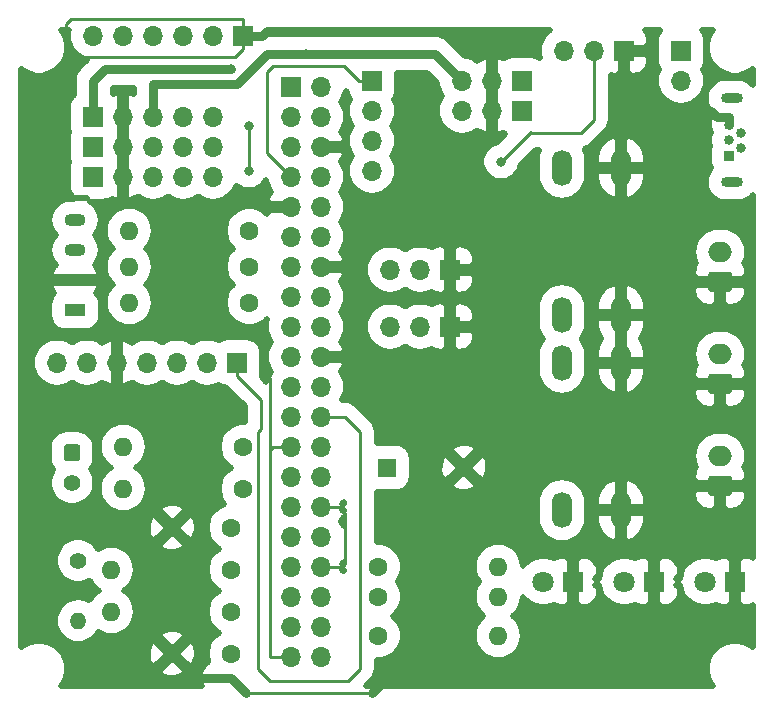
<source format=gbr>
G04 #@! TF.GenerationSoftware,KiCad,Pcbnew,(5.1.2)-1*
G04 #@! TF.CreationDate,2021-03-27T08:32:09+00:00*
G04 #@! TF.ProjectId,RPI_kits_PCB05,5250495f-6b69-4747-935f-50434230352e,rev?*
G04 #@! TF.SameCoordinates,Original*
G04 #@! TF.FileFunction,Copper,L2,Bot*
G04 #@! TF.FilePolarity,Positive*
%FSLAX46Y46*%
G04 Gerber Fmt 4.6, Leading zero omitted, Abs format (unit mm)*
G04 Created by KiCad (PCBNEW (5.1.2)-1) date 2021-03-27 08:32:09*
%MOMM*%
%LPD*%
G04 APERTURE LIST*
%ADD10R,1.800000X1.070000*%
%ADD11O,1.800000X1.070000*%
%ADD12R,1.700000X1.700000*%
%ADD13O,1.700000X1.700000*%
%ADD14R,1.600000X1.600000*%
%ADD15C,1.600000*%
%ADD16C,1.800000*%
%ADD17R,1.800000X1.800000*%
%ADD18O,2.000000X1.700000*%
%ADD19C,0.150000*%
%ADD20C,1.700000*%
%ADD21C,1.400000*%
%ADD22O,1.600000X1.600000*%
%ADD23O,1.727200X3.048000*%
%ADD24O,1.400000X1.400000*%
%ADD25R,0.840000X0.840000*%
%ADD26C,0.840000*%
%ADD27O,1.850000X0.850000*%
%ADD28C,0.800000*%
%ADD29C,0.250000*%
%ADD30C,0.750000*%
%ADD31C,0.500000*%
%ADD32C,0.508000*%
G04 APERTURE END LIST*
D10*
X114046000Y-89535000D03*
D11*
X114046000Y-86995000D03*
X114046000Y-84455000D03*
X114046000Y-81915000D03*
D12*
X132334000Y-70612000D03*
D13*
X134874000Y-70612000D03*
X132334000Y-73152000D03*
X134874000Y-73152000D03*
X132334000Y-75692000D03*
X134874000Y-75692000D03*
X132334000Y-78232000D03*
X134874000Y-78232000D03*
X132334000Y-80772000D03*
X134874000Y-80772000D03*
X132334000Y-83312000D03*
X134874000Y-83312000D03*
X132334000Y-85852000D03*
X134874000Y-85852000D03*
X132334000Y-88392000D03*
X134874000Y-88392000D03*
X132334000Y-90932000D03*
X134874000Y-90932000D03*
X132334000Y-93472000D03*
X134874000Y-93472000D03*
X132334000Y-96012000D03*
X134874000Y-96012000D03*
X132334000Y-98552000D03*
X134874000Y-98552000D03*
X132334000Y-101092000D03*
X134874000Y-101092000D03*
X132334000Y-103632000D03*
X134874000Y-103632000D03*
X132334000Y-106172000D03*
X134874000Y-106172000D03*
X132334000Y-108712000D03*
X134874000Y-108712000D03*
X132334000Y-111252000D03*
X134874000Y-111252000D03*
X132334000Y-113792000D03*
X134874000Y-113792000D03*
X132334000Y-116332000D03*
X134874000Y-116332000D03*
X132334000Y-118872000D03*
X134874000Y-118872000D03*
D14*
X140462000Y-102870000D03*
D15*
X146962000Y-102870000D03*
X122254000Y-107950000D03*
X127254000Y-107950000D03*
X127254000Y-118618000D03*
X122254000Y-118618000D03*
D16*
X160528000Y-112522000D03*
D17*
X163068000Y-112522000D03*
D13*
X125730000Y-75692000D03*
X123190000Y-75692000D03*
X120650000Y-75692000D03*
X118110000Y-75692000D03*
D12*
X115570000Y-75692000D03*
X115570000Y-73152000D03*
D13*
X118110000Y-73152000D03*
X120650000Y-73152000D03*
X123190000Y-73152000D03*
X125730000Y-73152000D03*
X125730000Y-78232000D03*
X123190000Y-78232000D03*
X120650000Y-78232000D03*
X118110000Y-78232000D03*
D12*
X115570000Y-78232000D03*
X151892000Y-72644000D03*
D13*
X149352000Y-72644000D03*
X146812000Y-72644000D03*
X146812000Y-70104000D03*
X149352000Y-70104000D03*
D12*
X151892000Y-70104000D03*
X128270000Y-66294000D03*
D13*
X125730000Y-66294000D03*
X123190000Y-66294000D03*
X120650000Y-66294000D03*
X118110000Y-66294000D03*
X115570000Y-66294000D03*
D12*
X160528000Y-67564000D03*
D13*
X157988000Y-67564000D03*
X155448000Y-67564000D03*
X140716000Y-86106000D03*
X143256000Y-86106000D03*
D12*
X145796000Y-86106000D03*
X145796000Y-90932000D03*
D13*
X143256000Y-90932000D03*
X140716000Y-90932000D03*
D18*
X168656000Y-84622000D03*
D19*
G36*
X169430504Y-86273204D02*
G01*
X169454773Y-86276804D01*
X169478571Y-86282765D01*
X169501671Y-86291030D01*
X169523849Y-86301520D01*
X169544893Y-86314133D01*
X169564598Y-86328747D01*
X169582777Y-86345223D01*
X169599253Y-86363402D01*
X169613867Y-86383107D01*
X169626480Y-86404151D01*
X169636970Y-86426329D01*
X169645235Y-86449429D01*
X169651196Y-86473227D01*
X169654796Y-86497496D01*
X169656000Y-86522000D01*
X169656000Y-87722000D01*
X169654796Y-87746504D01*
X169651196Y-87770773D01*
X169645235Y-87794571D01*
X169636970Y-87817671D01*
X169626480Y-87839849D01*
X169613867Y-87860893D01*
X169599253Y-87880598D01*
X169582777Y-87898777D01*
X169564598Y-87915253D01*
X169544893Y-87929867D01*
X169523849Y-87942480D01*
X169501671Y-87952970D01*
X169478571Y-87961235D01*
X169454773Y-87967196D01*
X169430504Y-87970796D01*
X169406000Y-87972000D01*
X167906000Y-87972000D01*
X167881496Y-87970796D01*
X167857227Y-87967196D01*
X167833429Y-87961235D01*
X167810329Y-87952970D01*
X167788151Y-87942480D01*
X167767107Y-87929867D01*
X167747402Y-87915253D01*
X167729223Y-87898777D01*
X167712747Y-87880598D01*
X167698133Y-87860893D01*
X167685520Y-87839849D01*
X167675030Y-87817671D01*
X167666765Y-87794571D01*
X167660804Y-87770773D01*
X167657204Y-87746504D01*
X167656000Y-87722000D01*
X167656000Y-86522000D01*
X167657204Y-86497496D01*
X167660804Y-86473227D01*
X167666765Y-86449429D01*
X167675030Y-86426329D01*
X167685520Y-86404151D01*
X167698133Y-86383107D01*
X167712747Y-86363402D01*
X167729223Y-86345223D01*
X167747402Y-86328747D01*
X167767107Y-86314133D01*
X167788151Y-86301520D01*
X167810329Y-86291030D01*
X167833429Y-86282765D01*
X167857227Y-86276804D01*
X167881496Y-86273204D01*
X167906000Y-86272000D01*
X169406000Y-86272000D01*
X169430504Y-86273204D01*
X169430504Y-86273204D01*
G37*
D20*
X168656000Y-87122000D03*
D19*
G36*
X169430504Y-94909204D02*
G01*
X169454773Y-94912804D01*
X169478571Y-94918765D01*
X169501671Y-94927030D01*
X169523849Y-94937520D01*
X169544893Y-94950133D01*
X169564598Y-94964747D01*
X169582777Y-94981223D01*
X169599253Y-94999402D01*
X169613867Y-95019107D01*
X169626480Y-95040151D01*
X169636970Y-95062329D01*
X169645235Y-95085429D01*
X169651196Y-95109227D01*
X169654796Y-95133496D01*
X169656000Y-95158000D01*
X169656000Y-96358000D01*
X169654796Y-96382504D01*
X169651196Y-96406773D01*
X169645235Y-96430571D01*
X169636970Y-96453671D01*
X169626480Y-96475849D01*
X169613867Y-96496893D01*
X169599253Y-96516598D01*
X169582777Y-96534777D01*
X169564598Y-96551253D01*
X169544893Y-96565867D01*
X169523849Y-96578480D01*
X169501671Y-96588970D01*
X169478571Y-96597235D01*
X169454773Y-96603196D01*
X169430504Y-96606796D01*
X169406000Y-96608000D01*
X167906000Y-96608000D01*
X167881496Y-96606796D01*
X167857227Y-96603196D01*
X167833429Y-96597235D01*
X167810329Y-96588970D01*
X167788151Y-96578480D01*
X167767107Y-96565867D01*
X167747402Y-96551253D01*
X167729223Y-96534777D01*
X167712747Y-96516598D01*
X167698133Y-96496893D01*
X167685520Y-96475849D01*
X167675030Y-96453671D01*
X167666765Y-96430571D01*
X167660804Y-96406773D01*
X167657204Y-96382504D01*
X167656000Y-96358000D01*
X167656000Y-95158000D01*
X167657204Y-95133496D01*
X167660804Y-95109227D01*
X167666765Y-95085429D01*
X167675030Y-95062329D01*
X167685520Y-95040151D01*
X167698133Y-95019107D01*
X167712747Y-94999402D01*
X167729223Y-94981223D01*
X167747402Y-94964747D01*
X167767107Y-94950133D01*
X167788151Y-94937520D01*
X167810329Y-94927030D01*
X167833429Y-94918765D01*
X167857227Y-94912804D01*
X167881496Y-94909204D01*
X167906000Y-94908000D01*
X169406000Y-94908000D01*
X169430504Y-94909204D01*
X169430504Y-94909204D01*
G37*
D20*
X168656000Y-95758000D03*
D18*
X168656000Y-93258000D03*
X168656000Y-101894000D03*
D19*
G36*
X169430504Y-103545204D02*
G01*
X169454773Y-103548804D01*
X169478571Y-103554765D01*
X169501671Y-103563030D01*
X169523849Y-103573520D01*
X169544893Y-103586133D01*
X169564598Y-103600747D01*
X169582777Y-103617223D01*
X169599253Y-103635402D01*
X169613867Y-103655107D01*
X169626480Y-103676151D01*
X169636970Y-103698329D01*
X169645235Y-103721429D01*
X169651196Y-103745227D01*
X169654796Y-103769496D01*
X169656000Y-103794000D01*
X169656000Y-104994000D01*
X169654796Y-105018504D01*
X169651196Y-105042773D01*
X169645235Y-105066571D01*
X169636970Y-105089671D01*
X169626480Y-105111849D01*
X169613867Y-105132893D01*
X169599253Y-105152598D01*
X169582777Y-105170777D01*
X169564598Y-105187253D01*
X169544893Y-105201867D01*
X169523849Y-105214480D01*
X169501671Y-105224970D01*
X169478571Y-105233235D01*
X169454773Y-105239196D01*
X169430504Y-105242796D01*
X169406000Y-105244000D01*
X167906000Y-105244000D01*
X167881496Y-105242796D01*
X167857227Y-105239196D01*
X167833429Y-105233235D01*
X167810329Y-105224970D01*
X167788151Y-105214480D01*
X167767107Y-105201867D01*
X167747402Y-105187253D01*
X167729223Y-105170777D01*
X167712747Y-105152598D01*
X167698133Y-105132893D01*
X167685520Y-105111849D01*
X167675030Y-105089671D01*
X167666765Y-105066571D01*
X167660804Y-105042773D01*
X167657204Y-105018504D01*
X167656000Y-104994000D01*
X167656000Y-103794000D01*
X167657204Y-103769496D01*
X167660804Y-103745227D01*
X167666765Y-103721429D01*
X167675030Y-103698329D01*
X167685520Y-103676151D01*
X167698133Y-103655107D01*
X167712747Y-103635402D01*
X167729223Y-103617223D01*
X167747402Y-103600747D01*
X167767107Y-103586133D01*
X167788151Y-103573520D01*
X167810329Y-103563030D01*
X167833429Y-103554765D01*
X167857227Y-103548804D01*
X167881496Y-103545204D01*
X167906000Y-103544000D01*
X169406000Y-103544000D01*
X169430504Y-103545204D01*
X169430504Y-103545204D01*
G37*
D20*
X168656000Y-104394000D03*
D21*
X113792000Y-104160000D03*
D19*
G36*
X114267226Y-100901200D02*
G01*
X114291417Y-100904788D01*
X114315139Y-100910730D01*
X114338165Y-100918969D01*
X114360272Y-100929425D01*
X114381248Y-100941998D01*
X114400891Y-100956566D01*
X114419011Y-100972989D01*
X114435434Y-100991109D01*
X114450002Y-101010752D01*
X114462575Y-101031728D01*
X114473031Y-101053835D01*
X114481270Y-101076861D01*
X114487212Y-101100583D01*
X114490800Y-101124774D01*
X114492000Y-101149200D01*
X114492000Y-102050800D01*
X114490800Y-102075226D01*
X114487212Y-102099417D01*
X114481270Y-102123139D01*
X114473031Y-102146165D01*
X114462575Y-102168272D01*
X114450002Y-102189248D01*
X114435434Y-102208891D01*
X114419011Y-102227011D01*
X114400891Y-102243434D01*
X114381248Y-102258002D01*
X114360272Y-102270575D01*
X114338165Y-102281031D01*
X114315139Y-102289270D01*
X114291417Y-102295212D01*
X114267226Y-102298800D01*
X114242800Y-102300000D01*
X113341200Y-102300000D01*
X113316774Y-102298800D01*
X113292583Y-102295212D01*
X113268861Y-102289270D01*
X113245835Y-102281031D01*
X113223728Y-102270575D01*
X113202752Y-102258002D01*
X113183109Y-102243434D01*
X113164989Y-102227011D01*
X113148566Y-102208891D01*
X113133998Y-102189248D01*
X113121425Y-102168272D01*
X113110969Y-102146165D01*
X113102730Y-102123139D01*
X113096788Y-102099417D01*
X113093200Y-102075226D01*
X113092000Y-102050800D01*
X113092000Y-101149200D01*
X113093200Y-101124774D01*
X113096788Y-101100583D01*
X113102730Y-101076861D01*
X113110969Y-101053835D01*
X113121425Y-101031728D01*
X113133998Y-101010752D01*
X113148566Y-100991109D01*
X113164989Y-100972989D01*
X113183109Y-100956566D01*
X113202752Y-100941998D01*
X113223728Y-100929425D01*
X113245835Y-100918969D01*
X113268861Y-100910730D01*
X113292583Y-100904788D01*
X113316774Y-100901200D01*
X113341200Y-100900000D01*
X114242800Y-100900000D01*
X114267226Y-100901200D01*
X114267226Y-100901200D01*
G37*
D21*
X113792000Y-101600000D03*
D15*
X128778000Y-82804000D03*
D22*
X118618000Y-82804000D03*
X118618000Y-85852000D03*
D15*
X128778000Y-85852000D03*
X139700000Y-111252000D03*
D22*
X149860000Y-111252000D03*
X149860000Y-113792000D03*
D15*
X139700000Y-113792000D03*
X128270000Y-101092000D03*
D22*
X118110000Y-101092000D03*
D15*
X128270000Y-104648000D03*
D22*
X118110000Y-104648000D03*
D15*
X127254000Y-111506000D03*
D22*
X117094000Y-111506000D03*
X117094000Y-115062000D03*
D15*
X127254000Y-115062000D03*
D17*
X156210000Y-112522000D03*
D16*
X153670000Y-112522000D03*
D23*
X155274000Y-77470000D03*
X160274000Y-77470000D03*
X155274000Y-89970000D03*
X160274000Y-89970000D03*
X160274000Y-106480000D03*
X155274000Y-106480000D03*
X160274000Y-93980000D03*
X155274000Y-93980000D03*
D21*
X114300000Y-110744000D03*
D24*
X114300000Y-115824000D03*
D15*
X128778000Y-88900000D03*
D22*
X118618000Y-88900000D03*
D12*
X139192000Y-70104000D03*
D13*
X139192000Y-72644000D03*
X139192000Y-75184000D03*
X139192000Y-77724000D03*
D15*
X139700000Y-117094000D03*
D22*
X149860000Y-117094000D03*
D17*
X169926000Y-112522000D03*
D16*
X167386000Y-112522000D03*
D25*
X169418000Y-76454000D03*
D26*
X170418000Y-75804000D03*
X169418000Y-75154000D03*
X170418000Y-74504000D03*
X169418000Y-73854000D03*
D27*
X169638000Y-78729000D03*
X169638000Y-71579000D03*
D12*
X127762000Y-93980000D03*
D13*
X125222000Y-93980000D03*
X122682000Y-93980000D03*
X120142000Y-93980000D03*
X117602000Y-93980000D03*
X115062000Y-93980000D03*
X112522000Y-93980000D03*
D12*
X165354000Y-67564000D03*
D13*
X165354000Y-70104000D03*
D28*
X139954000Y-108712000D03*
X133604000Y-67818000D03*
X127254000Y-69088000D03*
X150114000Y-76962000D03*
X128778000Y-77724000D03*
X128778000Y-73914000D03*
D29*
X129540000Y-121920000D02*
X137668000Y-121920000D01*
X137668000Y-121920000D02*
X139192000Y-121920000D01*
X129540000Y-121920000D02*
X128524000Y-121920000D01*
D30*
X139192000Y-121920000D02*
X141224000Y-119888000D01*
D31*
X113538000Y-80010000D02*
X115062000Y-80010000D01*
D30*
X169418000Y-73854000D02*
X169418000Y-73152000D01*
X169418000Y-73152000D02*
X168402000Y-73152000D01*
X168402000Y-73152000D02*
X167894000Y-72644000D01*
X167894000Y-72644000D02*
X163322000Y-72644000D01*
X129870000Y-66294000D02*
X130124000Y-66040000D01*
X128270000Y-66294000D02*
X129870000Y-66294000D01*
D29*
X128270000Y-66294000D02*
X128270000Y-64866010D01*
X128270000Y-64866010D02*
X113695990Y-64866010D01*
X113695990Y-64866010D02*
X113284000Y-65278000D01*
X113284000Y-65278000D02*
X113284000Y-66040000D01*
X128270000Y-67394000D02*
X127592000Y-68072000D01*
X128270000Y-66294000D02*
X128270000Y-67394000D01*
X127592000Y-68072000D02*
X114046000Y-68072000D01*
X132334000Y-118872000D02*
X130556000Y-118872000D01*
X130810000Y-101092000D02*
X132334000Y-101092000D01*
X130556000Y-101346000D02*
X130810000Y-101092000D01*
X130556000Y-102108000D02*
X130556000Y-95250000D01*
X130556000Y-102108000D02*
X130556000Y-101346000D01*
X130556000Y-118872000D02*
X130556000Y-102108000D01*
X134874000Y-106172000D02*
X136398000Y-106172000D01*
X136398000Y-106172000D02*
X136906000Y-106680000D01*
X136906000Y-106680000D02*
X136906000Y-110998000D01*
X136652000Y-111252000D02*
X134874000Y-111252000D01*
X136906000Y-110998000D02*
X136652000Y-111252000D01*
D30*
X124286000Y-120650000D02*
X122254000Y-118618000D01*
X128524000Y-121920000D02*
X127254000Y-120650000D01*
X127254000Y-120650000D02*
X124286000Y-120650000D01*
X120650000Y-70358000D02*
X120650000Y-73152000D01*
X127762000Y-70358000D02*
X120650000Y-70358000D01*
X130302000Y-67818000D02*
X127762000Y-70358000D01*
X146812000Y-70104000D02*
X144526000Y-67818000D01*
X144526000Y-67818000D02*
X133604000Y-67818000D01*
X133604000Y-67818000D02*
X130302000Y-67818000D01*
X123952000Y-69088000D02*
X127254000Y-69088000D01*
X116586000Y-69088000D02*
X123952000Y-69088000D01*
X115570000Y-73152000D02*
X115570000Y-70104000D01*
X115570000Y-70104000D02*
X116586000Y-69088000D01*
D29*
X138092000Y-70104000D02*
X139192000Y-70104000D01*
X136822000Y-68834000D02*
X138092000Y-70104000D01*
X130810000Y-68834000D02*
X136822000Y-68834000D01*
X130302000Y-69342000D02*
X130810000Y-68834000D01*
X132334000Y-78232000D02*
X130302000Y-76200000D01*
X130302000Y-76200000D02*
X130302000Y-69342000D01*
X131826000Y-82804000D02*
X132334000Y-83312000D01*
X152527000Y-74549000D02*
X152654000Y-74422000D01*
X150114000Y-76962000D02*
X152527000Y-74549000D01*
X157988000Y-73406000D02*
X157988000Y-67564000D01*
X152527000Y-74549000D02*
X156845000Y-74549000D01*
X156845000Y-74549000D02*
X157988000Y-73406000D01*
X130556000Y-120904000D02*
X137160000Y-120904000D01*
X127762000Y-95080000D02*
X129794000Y-97112000D01*
X127762000Y-93980000D02*
X127762000Y-95080000D01*
X129794000Y-97112000D02*
X129794000Y-99568000D01*
X129794000Y-99568000D02*
X129540000Y-99822000D01*
X129540000Y-99822000D02*
X129540000Y-119888000D01*
X129540000Y-119888000D02*
X130556000Y-120904000D01*
X137287000Y-120777000D02*
X137414000Y-120650000D01*
X137160000Y-120904000D02*
X137287000Y-120777000D01*
X136906000Y-98552000D02*
X134874000Y-98552000D01*
X138176000Y-99822000D02*
X136906000Y-98552000D01*
X137287000Y-120777000D02*
X138176000Y-119888000D01*
X138176000Y-119888000D02*
X138176000Y-99822000D01*
X128778000Y-77724000D02*
X128778000Y-73914000D01*
D32*
G36*
X113480675Y-65878407D02*
G01*
X113439743Y-66294000D01*
X113480675Y-66709593D01*
X113601899Y-67109214D01*
X113798756Y-67477507D01*
X114063681Y-67800319D01*
X114386493Y-68065244D01*
X114754786Y-68262101D01*
X115008542Y-68339077D01*
X114463951Y-68883668D01*
X114401182Y-68935181D01*
X114349670Y-68997949D01*
X114349669Y-68997950D01*
X114195615Y-69185665D01*
X114042866Y-69471440D01*
X113948803Y-69781524D01*
X113917041Y-70104000D01*
X113925001Y-70184816D01*
X113925001Y-71311513D01*
X113817630Y-71399630D01*
X113658925Y-71593012D01*
X113540997Y-71813641D01*
X113468377Y-72053037D01*
X113443856Y-72302000D01*
X113443856Y-74002000D01*
X113468377Y-74250963D01*
X113520261Y-74422000D01*
X113468377Y-74593037D01*
X113443856Y-74842000D01*
X113443856Y-76542000D01*
X113468377Y-76790963D01*
X113520261Y-76962000D01*
X113468377Y-77133037D01*
X113443856Y-77382000D01*
X113443856Y-79082000D01*
X113468377Y-79330963D01*
X113540997Y-79570359D01*
X113658925Y-79790988D01*
X113817630Y-79984370D01*
X113970710Y-80110000D01*
X113592331Y-80110000D01*
X113327158Y-80136117D01*
X112986914Y-80239329D01*
X112673344Y-80406936D01*
X112398497Y-80632497D01*
X112172936Y-80907344D01*
X112005329Y-81220914D01*
X111902117Y-81561158D01*
X111867267Y-81915000D01*
X111902117Y-82268842D01*
X112005329Y-82609086D01*
X112172936Y-82922656D01*
X112388236Y-83185000D01*
X112172936Y-83447344D01*
X112005329Y-83760914D01*
X111902117Y-84101158D01*
X111867267Y-84455000D01*
X111902117Y-84808842D01*
X112005329Y-85149086D01*
X112172936Y-85462656D01*
X112391210Y-85728624D01*
X112279667Y-85839667D01*
X112081199Y-86135253D01*
X111955697Y-86464573D01*
X112215346Y-86741000D01*
X113792000Y-86741000D01*
X113792000Y-86721000D01*
X114300000Y-86721000D01*
X114300000Y-86741000D01*
X115876654Y-86741000D01*
X116136303Y-86464573D01*
X116010801Y-86135253D01*
X115812333Y-85839667D01*
X115700790Y-85728624D01*
X115919064Y-85462656D01*
X116086671Y-85149086D01*
X116189883Y-84808842D01*
X116224733Y-84455000D01*
X116189883Y-84101158D01*
X116086671Y-83760914D01*
X115919064Y-83447344D01*
X115703764Y-83185000D01*
X115919064Y-82922656D01*
X115982487Y-82804000D01*
X116537985Y-82804000D01*
X116577952Y-83209791D01*
X116696317Y-83599987D01*
X116888531Y-83959594D01*
X117147207Y-84274793D01*
X117212040Y-84328000D01*
X117147207Y-84381207D01*
X116888531Y-84696406D01*
X116696317Y-85056013D01*
X116577952Y-85446209D01*
X116537985Y-85852000D01*
X116577952Y-86257791D01*
X116696317Y-86647987D01*
X116888531Y-87007594D01*
X117147207Y-87322793D01*
X117212040Y-87376000D01*
X117147207Y-87429207D01*
X116888531Y-87744406D01*
X116696317Y-88104013D01*
X116577952Y-88494209D01*
X116537985Y-88900000D01*
X116577952Y-89305791D01*
X116696317Y-89695987D01*
X116888531Y-90055594D01*
X117147207Y-90370793D01*
X117462406Y-90629469D01*
X117822013Y-90821683D01*
X118212209Y-90940048D01*
X118516316Y-90970000D01*
X118719684Y-90970000D01*
X119023791Y-90940048D01*
X119413987Y-90821683D01*
X119773594Y-90629469D01*
X120088793Y-90370793D01*
X120347469Y-90055594D01*
X120539683Y-89695987D01*
X120658048Y-89305791D01*
X120698015Y-88900000D01*
X120658048Y-88494209D01*
X120539683Y-88104013D01*
X120347469Y-87744406D01*
X120088793Y-87429207D01*
X120023960Y-87376000D01*
X120088793Y-87322793D01*
X120347469Y-87007594D01*
X120539683Y-86647987D01*
X120658048Y-86257791D01*
X120698015Y-85852000D01*
X120658048Y-85446209D01*
X120539683Y-85056013D01*
X120347469Y-84696406D01*
X120088793Y-84381207D01*
X120023960Y-84328000D01*
X120088793Y-84274793D01*
X120347469Y-83959594D01*
X120539683Y-83599987D01*
X120658048Y-83209791D01*
X120698015Y-82804000D01*
X120658048Y-82398209D01*
X120539683Y-82008013D01*
X120347469Y-81648406D01*
X120088793Y-81333207D01*
X119773594Y-81074531D01*
X119413987Y-80882317D01*
X119023791Y-80763952D01*
X118719684Y-80734000D01*
X118516316Y-80734000D01*
X118212209Y-80763952D01*
X117822013Y-80882317D01*
X117462406Y-81074531D01*
X117147207Y-81333207D01*
X116888531Y-81648406D01*
X116696317Y-82008013D01*
X116577952Y-82398209D01*
X116537985Y-82804000D01*
X115982487Y-82804000D01*
X116086671Y-82609086D01*
X116189883Y-82268842D01*
X116224733Y-81915000D01*
X116189883Y-81561158D01*
X116086671Y-81220914D01*
X115919064Y-80907344D01*
X115693503Y-80632497D01*
X115418656Y-80406936D01*
X115327373Y-80358144D01*
X116420000Y-80358144D01*
X116668963Y-80333623D01*
X116908359Y-80261003D01*
X117128988Y-80143075D01*
X117158463Y-80118886D01*
X117459500Y-80249742D01*
X117529875Y-80271082D01*
X117856000Y-80016514D01*
X117856000Y-78486000D01*
X117836000Y-78486000D01*
X117836000Y-77978000D01*
X117856000Y-77978000D01*
X117856000Y-75946000D01*
X117836000Y-75946000D01*
X117836000Y-75438000D01*
X117856000Y-75438000D01*
X117856000Y-73406000D01*
X117836000Y-73406000D01*
X117836000Y-72898000D01*
X117856000Y-72898000D01*
X117856000Y-71367486D01*
X117529875Y-71112918D01*
X117459500Y-71134258D01*
X117215000Y-71240538D01*
X117215000Y-70785381D01*
X117267381Y-70733000D01*
X119005000Y-70733000D01*
X119005000Y-71240539D01*
X118760500Y-71134258D01*
X118690125Y-71112918D01*
X118364000Y-71367486D01*
X118364000Y-72898000D01*
X118384000Y-72898000D01*
X118384000Y-73406000D01*
X118364000Y-73406000D01*
X118364000Y-75438000D01*
X118384000Y-75438000D01*
X118384000Y-75946000D01*
X118364000Y-75946000D01*
X118364000Y-77978000D01*
X118384000Y-77978000D01*
X118384000Y-78486000D01*
X118364000Y-78486000D01*
X118364000Y-80016514D01*
X118690125Y-80271082D01*
X118760500Y-80249742D01*
X119141643Y-80084065D01*
X119371077Y-79924938D01*
X119466493Y-80003244D01*
X119834786Y-80200101D01*
X120234407Y-80321325D01*
X120545858Y-80352000D01*
X120754142Y-80352000D01*
X121065593Y-80321325D01*
X121465214Y-80200101D01*
X121833507Y-80003244D01*
X121920000Y-79932261D01*
X122006493Y-80003244D01*
X122374786Y-80200101D01*
X122774407Y-80321325D01*
X123085858Y-80352000D01*
X123294142Y-80352000D01*
X123605593Y-80321325D01*
X124005214Y-80200101D01*
X124373507Y-80003244D01*
X124460000Y-79932261D01*
X124546493Y-80003244D01*
X124914786Y-80200101D01*
X125314407Y-80321325D01*
X125625858Y-80352000D01*
X125834142Y-80352000D01*
X126145593Y-80321325D01*
X126545214Y-80200101D01*
X126913507Y-80003244D01*
X127236319Y-79738319D01*
X127501244Y-79415507D01*
X127698101Y-79047214D01*
X127707731Y-79015467D01*
X127713437Y-79021173D01*
X127986959Y-79203934D01*
X128290879Y-79329822D01*
X128613519Y-79394000D01*
X128942481Y-79394000D01*
X129265121Y-79329822D01*
X129569041Y-79203934D01*
X129842563Y-79021173D01*
X130075173Y-78788563D01*
X130235000Y-78549364D01*
X130244675Y-78647593D01*
X130365899Y-79047214D01*
X130562756Y-79415507D01*
X130641062Y-79510923D01*
X130481935Y-79740357D01*
X130316258Y-80121500D01*
X130294918Y-80191875D01*
X130549486Y-80518000D01*
X132080000Y-80518000D01*
X132080000Y-80498000D01*
X132588000Y-80498000D01*
X132588000Y-80518000D01*
X132608000Y-80518000D01*
X132608000Y-81026000D01*
X132588000Y-81026000D01*
X132588000Y-81046000D01*
X132080000Y-81046000D01*
X132080000Y-81026000D01*
X130549486Y-81026000D01*
X130294918Y-81352125D01*
X130312923Y-81411501D01*
X130097548Y-81196126D01*
X129758513Y-80969590D01*
X129381797Y-80813549D01*
X128981877Y-80734000D01*
X128574123Y-80734000D01*
X128174203Y-80813549D01*
X127797487Y-80969590D01*
X127458452Y-81196126D01*
X127170126Y-81484452D01*
X126943590Y-81823487D01*
X126787549Y-82200203D01*
X126708000Y-82600123D01*
X126708000Y-83007877D01*
X126787549Y-83407797D01*
X126943590Y-83784513D01*
X127170126Y-84123548D01*
X127374578Y-84328000D01*
X127170126Y-84532452D01*
X126943590Y-84871487D01*
X126787549Y-85248203D01*
X126708000Y-85648123D01*
X126708000Y-86055877D01*
X126787549Y-86455797D01*
X126943590Y-86832513D01*
X127170126Y-87171548D01*
X127374578Y-87376000D01*
X127170126Y-87580452D01*
X126943590Y-87919487D01*
X126787549Y-88296203D01*
X126708000Y-88696123D01*
X126708000Y-89103877D01*
X126787549Y-89503797D01*
X126943590Y-89880513D01*
X127170126Y-90219548D01*
X127458452Y-90507874D01*
X127797487Y-90734410D01*
X128174203Y-90890451D01*
X128574123Y-90970000D01*
X128981877Y-90970000D01*
X129381797Y-90890451D01*
X129758513Y-90734410D01*
X130097548Y-90507874D01*
X130312455Y-90292967D01*
X130244675Y-90516407D01*
X130203743Y-90932000D01*
X130244675Y-91347593D01*
X130365899Y-91747214D01*
X130562756Y-92115507D01*
X130633739Y-92202000D01*
X130562756Y-92288493D01*
X130365899Y-92656786D01*
X130244675Y-93056407D01*
X130203743Y-93472000D01*
X130244675Y-93887593D01*
X130365899Y-94287214D01*
X130562756Y-94655507D01*
X130633739Y-94742000D01*
X130562756Y-94828493D01*
X130365899Y-95196786D01*
X130246202Y-95591374D01*
X129833405Y-95178578D01*
X129863623Y-95078963D01*
X129888144Y-94830000D01*
X129888144Y-93130000D01*
X129863623Y-92881037D01*
X129791003Y-92641641D01*
X129673075Y-92421012D01*
X129514370Y-92227630D01*
X129320988Y-92068925D01*
X129100359Y-91950997D01*
X128860963Y-91878377D01*
X128612000Y-91853856D01*
X126912000Y-91853856D01*
X126663037Y-91878377D01*
X126423641Y-91950997D01*
X126203012Y-92068925D01*
X126179698Y-92088058D01*
X126037214Y-92011899D01*
X125637593Y-91890675D01*
X125326142Y-91860000D01*
X125117858Y-91860000D01*
X124806407Y-91890675D01*
X124406786Y-92011899D01*
X124038493Y-92208756D01*
X123952000Y-92279739D01*
X123865507Y-92208756D01*
X123497214Y-92011899D01*
X123097593Y-91890675D01*
X122786142Y-91860000D01*
X122577858Y-91860000D01*
X122266407Y-91890675D01*
X121866786Y-92011899D01*
X121498493Y-92208756D01*
X121412000Y-92279739D01*
X121325507Y-92208756D01*
X120957214Y-92011899D01*
X120557593Y-91890675D01*
X120246142Y-91860000D01*
X120037858Y-91860000D01*
X119726407Y-91890675D01*
X119326786Y-92011899D01*
X118958493Y-92208756D01*
X118863077Y-92287062D01*
X118633643Y-92127935D01*
X118252500Y-91962258D01*
X118182125Y-91940918D01*
X117856000Y-92195486D01*
X117856000Y-93726000D01*
X117876000Y-93726000D01*
X117876000Y-94234000D01*
X117856000Y-94234000D01*
X117856000Y-95764514D01*
X118182125Y-96019082D01*
X118252500Y-95997742D01*
X118633643Y-95832065D01*
X118863077Y-95672938D01*
X118958493Y-95751244D01*
X119326786Y-95948101D01*
X119726407Y-96069325D01*
X120037858Y-96100000D01*
X120246142Y-96100000D01*
X120557593Y-96069325D01*
X120957214Y-95948101D01*
X121325507Y-95751244D01*
X121412000Y-95680261D01*
X121498493Y-95751244D01*
X121866786Y-95948101D01*
X122266407Y-96069325D01*
X122577858Y-96100000D01*
X122786142Y-96100000D01*
X123097593Y-96069325D01*
X123497214Y-95948101D01*
X123865507Y-95751244D01*
X123952000Y-95680261D01*
X124038493Y-95751244D01*
X124406786Y-95948101D01*
X124806407Y-96069325D01*
X125117858Y-96100000D01*
X125326142Y-96100000D01*
X125637593Y-96069325D01*
X126037214Y-95948101D01*
X126179698Y-95871942D01*
X126203012Y-95891075D01*
X126423641Y-96009003D01*
X126663037Y-96081623D01*
X126799966Y-96095109D01*
X126824039Y-96114866D01*
X128399000Y-97689828D01*
X128399001Y-99013362D01*
X128391912Y-99022000D01*
X128066123Y-99022000D01*
X127666203Y-99101549D01*
X127289487Y-99257590D01*
X126950452Y-99484126D01*
X126662126Y-99772452D01*
X126435590Y-100111487D01*
X126279549Y-100488203D01*
X126200000Y-100888123D01*
X126200000Y-101295877D01*
X126279549Y-101695797D01*
X126435590Y-102072513D01*
X126662126Y-102411548D01*
X126950452Y-102699874D01*
X127205063Y-102870000D01*
X126950452Y-103040126D01*
X126662126Y-103328452D01*
X126435590Y-103667487D01*
X126279549Y-104044203D01*
X126200000Y-104444123D01*
X126200000Y-104851877D01*
X126279549Y-105251797D01*
X126435590Y-105628513D01*
X126656010Y-105958394D01*
X126650203Y-105959549D01*
X126273487Y-106115590D01*
X125934452Y-106342126D01*
X125646126Y-106630452D01*
X125419590Y-106969487D01*
X125263549Y-107346203D01*
X125184000Y-107746123D01*
X125184000Y-108153877D01*
X125263549Y-108553797D01*
X125419590Y-108930513D01*
X125646126Y-109269548D01*
X125934452Y-109557874D01*
X126189063Y-109728000D01*
X125934452Y-109898126D01*
X125646126Y-110186452D01*
X125419590Y-110525487D01*
X125263549Y-110902203D01*
X125184000Y-111302123D01*
X125184000Y-111709877D01*
X125263549Y-112109797D01*
X125419590Y-112486513D01*
X125646126Y-112825548D01*
X125934452Y-113113874D01*
X126189063Y-113284000D01*
X125934452Y-113454126D01*
X125646126Y-113742452D01*
X125419590Y-114081487D01*
X125263549Y-114458203D01*
X125184000Y-114858123D01*
X125184000Y-115265877D01*
X125263549Y-115665797D01*
X125419590Y-116042513D01*
X125646126Y-116381548D01*
X125934452Y-116669874D01*
X126189063Y-116840000D01*
X125934452Y-117010126D01*
X125646126Y-117298452D01*
X125419590Y-117637487D01*
X125263549Y-118014203D01*
X125184000Y-118414123D01*
X125184000Y-118821877D01*
X125263549Y-119221797D01*
X125294422Y-119296331D01*
X125069181Y-119481181D01*
X124863615Y-119731665D01*
X124710865Y-120017440D01*
X124616802Y-120327524D01*
X124585041Y-120650000D01*
X124616802Y-120972476D01*
X124710865Y-121282560D01*
X124766689Y-121387000D01*
X112846775Y-121387000D01*
X113098266Y-121010616D01*
X113276922Y-120579303D01*
X113368000Y-120121425D01*
X113368000Y-120030883D01*
X121200327Y-120030883D01*
X121246038Y-120437472D01*
X121620367Y-120599156D01*
X122019046Y-120684704D01*
X122426755Y-120690830D01*
X122827824Y-120617298D01*
X123206842Y-120466934D01*
X123261962Y-120437472D01*
X123307673Y-120030883D01*
X122254000Y-118977210D01*
X121200327Y-120030883D01*
X113368000Y-120030883D01*
X113368000Y-119654575D01*
X113276922Y-119196697D01*
X113108776Y-118790755D01*
X120181170Y-118790755D01*
X120254702Y-119191824D01*
X120405066Y-119570842D01*
X120434528Y-119625962D01*
X120841117Y-119671673D01*
X121894790Y-118618000D01*
X122613210Y-118618000D01*
X123666883Y-119671673D01*
X124073472Y-119625962D01*
X124235156Y-119251633D01*
X124320704Y-118852954D01*
X124326830Y-118445245D01*
X124253298Y-118044176D01*
X124102934Y-117665158D01*
X124073472Y-117610038D01*
X123666883Y-117564327D01*
X122613210Y-118618000D01*
X121894790Y-118618000D01*
X120841117Y-117564327D01*
X120434528Y-117610038D01*
X120272844Y-117984367D01*
X120187296Y-118383046D01*
X120181170Y-118790755D01*
X113108776Y-118790755D01*
X113098266Y-118765384D01*
X112838899Y-118377213D01*
X112508787Y-118047101D01*
X112120616Y-117787734D01*
X111689303Y-117609078D01*
X111231425Y-117518000D01*
X110764575Y-117518000D01*
X110306697Y-117609078D01*
X109875384Y-117787734D01*
X109499000Y-118039225D01*
X109499000Y-115824000D01*
X112320469Y-115824000D01*
X112358505Y-116210187D01*
X112471152Y-116581534D01*
X112654080Y-116923768D01*
X112900260Y-117223740D01*
X113200232Y-117469920D01*
X113542466Y-117652848D01*
X113913813Y-117765495D01*
X114203230Y-117794000D01*
X114396770Y-117794000D01*
X114686187Y-117765495D01*
X115057534Y-117652848D01*
X115399768Y-117469920D01*
X115699740Y-117223740D01*
X115715023Y-117205117D01*
X121200327Y-117205117D01*
X122254000Y-118258790D01*
X123307673Y-117205117D01*
X123261962Y-116798528D01*
X122887633Y-116636844D01*
X122488954Y-116551296D01*
X122081245Y-116545170D01*
X121680176Y-116618702D01*
X121301158Y-116769066D01*
X121246038Y-116798528D01*
X121200327Y-117205117D01*
X115715023Y-117205117D01*
X115945920Y-116923768D01*
X115999252Y-116823992D01*
X116298013Y-116983683D01*
X116688209Y-117102048D01*
X116992316Y-117132000D01*
X117195684Y-117132000D01*
X117499791Y-117102048D01*
X117889987Y-116983683D01*
X118249594Y-116791469D01*
X118564793Y-116532793D01*
X118823469Y-116217594D01*
X119015683Y-115857987D01*
X119134048Y-115467791D01*
X119174015Y-115062000D01*
X119134048Y-114656209D01*
X119015683Y-114266013D01*
X118823469Y-113906406D01*
X118564793Y-113591207D01*
X118249594Y-113332531D01*
X118158799Y-113284000D01*
X118249594Y-113235469D01*
X118564793Y-112976793D01*
X118823469Y-112661594D01*
X119015683Y-112301987D01*
X119134048Y-111911791D01*
X119174015Y-111506000D01*
X119134048Y-111100209D01*
X119015683Y-110710013D01*
X118823469Y-110350406D01*
X118564793Y-110035207D01*
X118249594Y-109776531D01*
X117889987Y-109584317D01*
X117499791Y-109465952D01*
X117195684Y-109436000D01*
X116992316Y-109436000D01*
X116688209Y-109465952D01*
X116298013Y-109584317D01*
X116000632Y-109743270D01*
X115830199Y-109488198D01*
X115704884Y-109362883D01*
X121200327Y-109362883D01*
X121246038Y-109769472D01*
X121620367Y-109931156D01*
X122019046Y-110016704D01*
X122426755Y-110022830D01*
X122827824Y-109949298D01*
X123206842Y-109798934D01*
X123261962Y-109769472D01*
X123307673Y-109362883D01*
X122254000Y-108309210D01*
X121200327Y-109362883D01*
X115704884Y-109362883D01*
X115555802Y-109213801D01*
X115233145Y-108998209D01*
X114874628Y-108849706D01*
X114494028Y-108774000D01*
X114105972Y-108774000D01*
X113725372Y-108849706D01*
X113366855Y-108998209D01*
X113044198Y-109213801D01*
X112769801Y-109488198D01*
X112554209Y-109810855D01*
X112405706Y-110169372D01*
X112330000Y-110549972D01*
X112330000Y-110938028D01*
X112405706Y-111318628D01*
X112554209Y-111677145D01*
X112769801Y-111999802D01*
X113044198Y-112274199D01*
X113366855Y-112489791D01*
X113725372Y-112638294D01*
X114105972Y-112714000D01*
X114494028Y-112714000D01*
X114874628Y-112638294D01*
X115233145Y-112489791D01*
X115262291Y-112470316D01*
X115364531Y-112661594D01*
X115623207Y-112976793D01*
X115938406Y-113235469D01*
X116029201Y-113284000D01*
X115938406Y-113332531D01*
X115623207Y-113591207D01*
X115364531Y-113906406D01*
X115259417Y-114103061D01*
X115057534Y-113995152D01*
X114686187Y-113882505D01*
X114396770Y-113854000D01*
X114203230Y-113854000D01*
X113913813Y-113882505D01*
X113542466Y-113995152D01*
X113200232Y-114178080D01*
X112900260Y-114424260D01*
X112654080Y-114724232D01*
X112471152Y-115066466D01*
X112358505Y-115437813D01*
X112320469Y-115824000D01*
X109499000Y-115824000D01*
X109499000Y-108122755D01*
X120181170Y-108122755D01*
X120254702Y-108523824D01*
X120405066Y-108902842D01*
X120434528Y-108957962D01*
X120841117Y-109003673D01*
X121894790Y-107950000D01*
X122613210Y-107950000D01*
X123666883Y-109003673D01*
X124073472Y-108957962D01*
X124235156Y-108583633D01*
X124320704Y-108184954D01*
X124326830Y-107777245D01*
X124253298Y-107376176D01*
X124102934Y-106997158D01*
X124073472Y-106942038D01*
X123666883Y-106896327D01*
X122613210Y-107950000D01*
X121894790Y-107950000D01*
X120841117Y-106896327D01*
X120434528Y-106942038D01*
X120272844Y-107316367D01*
X120187296Y-107715046D01*
X120181170Y-108122755D01*
X109499000Y-108122755D01*
X109499000Y-101149200D01*
X111815856Y-101149200D01*
X111815856Y-102050800D01*
X111845165Y-102348380D01*
X111931966Y-102634524D01*
X112072923Y-102898236D01*
X112179231Y-103027773D01*
X112046209Y-103226855D01*
X111897706Y-103585372D01*
X111822000Y-103965972D01*
X111822000Y-104354028D01*
X111897706Y-104734628D01*
X112046209Y-105093145D01*
X112261801Y-105415802D01*
X112536198Y-105690199D01*
X112858855Y-105905791D01*
X113217372Y-106054294D01*
X113597972Y-106130000D01*
X113986028Y-106130000D01*
X114366628Y-106054294D01*
X114725145Y-105905791D01*
X115047802Y-105690199D01*
X115322199Y-105415802D01*
X115537791Y-105093145D01*
X115686294Y-104734628D01*
X115762000Y-104354028D01*
X115762000Y-103965972D01*
X115686294Y-103585372D01*
X115537791Y-103226855D01*
X115404769Y-103027773D01*
X115511077Y-102898236D01*
X115652034Y-102634524D01*
X115738835Y-102348380D01*
X115768144Y-102050800D01*
X115768144Y-101149200D01*
X115762511Y-101092000D01*
X116029985Y-101092000D01*
X116069952Y-101497791D01*
X116188317Y-101887987D01*
X116380531Y-102247594D01*
X116639207Y-102562793D01*
X116954406Y-102821469D01*
X117045201Y-102870000D01*
X116954406Y-102918531D01*
X116639207Y-103177207D01*
X116380531Y-103492406D01*
X116188317Y-103852013D01*
X116069952Y-104242209D01*
X116029985Y-104648000D01*
X116069952Y-105053791D01*
X116188317Y-105443987D01*
X116380531Y-105803594D01*
X116639207Y-106118793D01*
X116954406Y-106377469D01*
X117314013Y-106569683D01*
X117704209Y-106688048D01*
X118008316Y-106718000D01*
X118211684Y-106718000D01*
X118515791Y-106688048D01*
X118905987Y-106569683D01*
X118966913Y-106537117D01*
X121200327Y-106537117D01*
X122254000Y-107590790D01*
X123307673Y-106537117D01*
X123261962Y-106130528D01*
X122887633Y-105968844D01*
X122488954Y-105883296D01*
X122081245Y-105877170D01*
X121680176Y-105950702D01*
X121301158Y-106101066D01*
X121246038Y-106130528D01*
X121200327Y-106537117D01*
X118966913Y-106537117D01*
X119265594Y-106377469D01*
X119580793Y-106118793D01*
X119839469Y-105803594D01*
X120031683Y-105443987D01*
X120150048Y-105053791D01*
X120190015Y-104648000D01*
X120150048Y-104242209D01*
X120031683Y-103852013D01*
X119839469Y-103492406D01*
X119580793Y-103177207D01*
X119265594Y-102918531D01*
X119174799Y-102870000D01*
X119265594Y-102821469D01*
X119580793Y-102562793D01*
X119839469Y-102247594D01*
X120031683Y-101887987D01*
X120150048Y-101497791D01*
X120190015Y-101092000D01*
X120150048Y-100686209D01*
X120031683Y-100296013D01*
X119839469Y-99936406D01*
X119580793Y-99621207D01*
X119265594Y-99362531D01*
X118905987Y-99170317D01*
X118515791Y-99051952D01*
X118211684Y-99022000D01*
X118008316Y-99022000D01*
X117704209Y-99051952D01*
X117314013Y-99170317D01*
X116954406Y-99362531D01*
X116639207Y-99621207D01*
X116380531Y-99936406D01*
X116188317Y-100296013D01*
X116069952Y-100686209D01*
X116029985Y-101092000D01*
X115762511Y-101092000D01*
X115738835Y-100851620D01*
X115652034Y-100565476D01*
X115511077Y-100301764D01*
X115321381Y-100070619D01*
X115090236Y-99880923D01*
X114826524Y-99739966D01*
X114540380Y-99653165D01*
X114242800Y-99623856D01*
X113341200Y-99623856D01*
X113043620Y-99653165D01*
X112757476Y-99739966D01*
X112493764Y-99880923D01*
X112262619Y-100070619D01*
X112072923Y-100301764D01*
X111931966Y-100565476D01*
X111845165Y-100851620D01*
X111815856Y-101149200D01*
X109499000Y-101149200D01*
X109499000Y-93980000D01*
X110391743Y-93980000D01*
X110432675Y-94395593D01*
X110553899Y-94795214D01*
X110750756Y-95163507D01*
X111015681Y-95486319D01*
X111338493Y-95751244D01*
X111706786Y-95948101D01*
X112106407Y-96069325D01*
X112417858Y-96100000D01*
X112626142Y-96100000D01*
X112937593Y-96069325D01*
X113337214Y-95948101D01*
X113705507Y-95751244D01*
X113792000Y-95680261D01*
X113878493Y-95751244D01*
X114246786Y-95948101D01*
X114646407Y-96069325D01*
X114957858Y-96100000D01*
X115166142Y-96100000D01*
X115477593Y-96069325D01*
X115877214Y-95948101D01*
X116245507Y-95751244D01*
X116340923Y-95672938D01*
X116570357Y-95832065D01*
X116951500Y-95997742D01*
X117021875Y-96019082D01*
X117348000Y-95764514D01*
X117348000Y-94234000D01*
X117328000Y-94234000D01*
X117328000Y-93726000D01*
X117348000Y-93726000D01*
X117348000Y-92195486D01*
X117021875Y-91940918D01*
X116951500Y-91962258D01*
X116570357Y-92127935D01*
X116340923Y-92287062D01*
X116245507Y-92208756D01*
X115877214Y-92011899D01*
X115477593Y-91890675D01*
X115166142Y-91860000D01*
X114957858Y-91860000D01*
X114646407Y-91890675D01*
X114246786Y-92011899D01*
X113878493Y-92208756D01*
X113792000Y-92279739D01*
X113705507Y-92208756D01*
X113337214Y-92011899D01*
X112937593Y-91890675D01*
X112626142Y-91860000D01*
X112417858Y-91860000D01*
X112106407Y-91890675D01*
X111706786Y-92011899D01*
X111338493Y-92208756D01*
X111015681Y-92473681D01*
X110750756Y-92796493D01*
X110553899Y-93164786D01*
X110432675Y-93564407D01*
X110391743Y-93980000D01*
X109499000Y-93980000D01*
X109499000Y-89000000D01*
X111869856Y-89000000D01*
X111869856Y-90070000D01*
X111894377Y-90318963D01*
X111966997Y-90558359D01*
X112084925Y-90778988D01*
X112243630Y-90972370D01*
X112437012Y-91131075D01*
X112657641Y-91249003D01*
X112897037Y-91321623D01*
X113146000Y-91346144D01*
X114946000Y-91346144D01*
X115194963Y-91321623D01*
X115434359Y-91249003D01*
X115654988Y-91131075D01*
X115848370Y-90972370D01*
X116007075Y-90778988D01*
X116125003Y-90558359D01*
X116197623Y-90318963D01*
X116222144Y-90070000D01*
X116222144Y-89000000D01*
X116197623Y-88751037D01*
X116125003Y-88511641D01*
X116007075Y-88291012D01*
X115848370Y-88097630D01*
X115847951Y-88097286D01*
X116010801Y-87854747D01*
X116136303Y-87525427D01*
X115876654Y-87249000D01*
X114300000Y-87249000D01*
X114300000Y-87269000D01*
X113792000Y-87269000D01*
X113792000Y-87249000D01*
X112215346Y-87249000D01*
X111955697Y-87525427D01*
X112081199Y-87854747D01*
X112244049Y-88097286D01*
X112243630Y-88097630D01*
X112084925Y-88291012D01*
X111966997Y-88511641D01*
X111894377Y-88751037D01*
X111869856Y-89000000D01*
X109499000Y-89000000D01*
X109499000Y-69158775D01*
X109875384Y-69410266D01*
X110306697Y-69588922D01*
X110764575Y-69680000D01*
X111231425Y-69680000D01*
X111689303Y-69588922D01*
X112120616Y-69410266D01*
X112508787Y-69150899D01*
X112838899Y-68820787D01*
X113098266Y-68432616D01*
X113276922Y-68001303D01*
X113368000Y-67543425D01*
X113368000Y-67076575D01*
X113276922Y-66618697D01*
X113098266Y-66187384D01*
X112846775Y-65811000D01*
X113501123Y-65811000D01*
X113480675Y-65878407D01*
X113480675Y-65878407D01*
G37*
X113480675Y-65878407D02*
X113439743Y-66294000D01*
X113480675Y-66709593D01*
X113601899Y-67109214D01*
X113798756Y-67477507D01*
X114063681Y-67800319D01*
X114386493Y-68065244D01*
X114754786Y-68262101D01*
X115008542Y-68339077D01*
X114463951Y-68883668D01*
X114401182Y-68935181D01*
X114349670Y-68997949D01*
X114349669Y-68997950D01*
X114195615Y-69185665D01*
X114042866Y-69471440D01*
X113948803Y-69781524D01*
X113917041Y-70104000D01*
X113925001Y-70184816D01*
X113925001Y-71311513D01*
X113817630Y-71399630D01*
X113658925Y-71593012D01*
X113540997Y-71813641D01*
X113468377Y-72053037D01*
X113443856Y-72302000D01*
X113443856Y-74002000D01*
X113468377Y-74250963D01*
X113520261Y-74422000D01*
X113468377Y-74593037D01*
X113443856Y-74842000D01*
X113443856Y-76542000D01*
X113468377Y-76790963D01*
X113520261Y-76962000D01*
X113468377Y-77133037D01*
X113443856Y-77382000D01*
X113443856Y-79082000D01*
X113468377Y-79330963D01*
X113540997Y-79570359D01*
X113658925Y-79790988D01*
X113817630Y-79984370D01*
X113970710Y-80110000D01*
X113592331Y-80110000D01*
X113327158Y-80136117D01*
X112986914Y-80239329D01*
X112673344Y-80406936D01*
X112398497Y-80632497D01*
X112172936Y-80907344D01*
X112005329Y-81220914D01*
X111902117Y-81561158D01*
X111867267Y-81915000D01*
X111902117Y-82268842D01*
X112005329Y-82609086D01*
X112172936Y-82922656D01*
X112388236Y-83185000D01*
X112172936Y-83447344D01*
X112005329Y-83760914D01*
X111902117Y-84101158D01*
X111867267Y-84455000D01*
X111902117Y-84808842D01*
X112005329Y-85149086D01*
X112172936Y-85462656D01*
X112391210Y-85728624D01*
X112279667Y-85839667D01*
X112081199Y-86135253D01*
X111955697Y-86464573D01*
X112215346Y-86741000D01*
X113792000Y-86741000D01*
X113792000Y-86721000D01*
X114300000Y-86721000D01*
X114300000Y-86741000D01*
X115876654Y-86741000D01*
X116136303Y-86464573D01*
X116010801Y-86135253D01*
X115812333Y-85839667D01*
X115700790Y-85728624D01*
X115919064Y-85462656D01*
X116086671Y-85149086D01*
X116189883Y-84808842D01*
X116224733Y-84455000D01*
X116189883Y-84101158D01*
X116086671Y-83760914D01*
X115919064Y-83447344D01*
X115703764Y-83185000D01*
X115919064Y-82922656D01*
X115982487Y-82804000D01*
X116537985Y-82804000D01*
X116577952Y-83209791D01*
X116696317Y-83599987D01*
X116888531Y-83959594D01*
X117147207Y-84274793D01*
X117212040Y-84328000D01*
X117147207Y-84381207D01*
X116888531Y-84696406D01*
X116696317Y-85056013D01*
X116577952Y-85446209D01*
X116537985Y-85852000D01*
X116577952Y-86257791D01*
X116696317Y-86647987D01*
X116888531Y-87007594D01*
X117147207Y-87322793D01*
X117212040Y-87376000D01*
X117147207Y-87429207D01*
X116888531Y-87744406D01*
X116696317Y-88104013D01*
X116577952Y-88494209D01*
X116537985Y-88900000D01*
X116577952Y-89305791D01*
X116696317Y-89695987D01*
X116888531Y-90055594D01*
X117147207Y-90370793D01*
X117462406Y-90629469D01*
X117822013Y-90821683D01*
X118212209Y-90940048D01*
X118516316Y-90970000D01*
X118719684Y-90970000D01*
X119023791Y-90940048D01*
X119413987Y-90821683D01*
X119773594Y-90629469D01*
X120088793Y-90370793D01*
X120347469Y-90055594D01*
X120539683Y-89695987D01*
X120658048Y-89305791D01*
X120698015Y-88900000D01*
X120658048Y-88494209D01*
X120539683Y-88104013D01*
X120347469Y-87744406D01*
X120088793Y-87429207D01*
X120023960Y-87376000D01*
X120088793Y-87322793D01*
X120347469Y-87007594D01*
X120539683Y-86647987D01*
X120658048Y-86257791D01*
X120698015Y-85852000D01*
X120658048Y-85446209D01*
X120539683Y-85056013D01*
X120347469Y-84696406D01*
X120088793Y-84381207D01*
X120023960Y-84328000D01*
X120088793Y-84274793D01*
X120347469Y-83959594D01*
X120539683Y-83599987D01*
X120658048Y-83209791D01*
X120698015Y-82804000D01*
X120658048Y-82398209D01*
X120539683Y-82008013D01*
X120347469Y-81648406D01*
X120088793Y-81333207D01*
X119773594Y-81074531D01*
X119413987Y-80882317D01*
X119023791Y-80763952D01*
X118719684Y-80734000D01*
X118516316Y-80734000D01*
X118212209Y-80763952D01*
X117822013Y-80882317D01*
X117462406Y-81074531D01*
X117147207Y-81333207D01*
X116888531Y-81648406D01*
X116696317Y-82008013D01*
X116577952Y-82398209D01*
X116537985Y-82804000D01*
X115982487Y-82804000D01*
X116086671Y-82609086D01*
X116189883Y-82268842D01*
X116224733Y-81915000D01*
X116189883Y-81561158D01*
X116086671Y-81220914D01*
X115919064Y-80907344D01*
X115693503Y-80632497D01*
X115418656Y-80406936D01*
X115327373Y-80358144D01*
X116420000Y-80358144D01*
X116668963Y-80333623D01*
X116908359Y-80261003D01*
X117128988Y-80143075D01*
X117158463Y-80118886D01*
X117459500Y-80249742D01*
X117529875Y-80271082D01*
X117856000Y-80016514D01*
X117856000Y-78486000D01*
X117836000Y-78486000D01*
X117836000Y-77978000D01*
X117856000Y-77978000D01*
X117856000Y-75946000D01*
X117836000Y-75946000D01*
X117836000Y-75438000D01*
X117856000Y-75438000D01*
X117856000Y-73406000D01*
X117836000Y-73406000D01*
X117836000Y-72898000D01*
X117856000Y-72898000D01*
X117856000Y-71367486D01*
X117529875Y-71112918D01*
X117459500Y-71134258D01*
X117215000Y-71240538D01*
X117215000Y-70785381D01*
X117267381Y-70733000D01*
X119005000Y-70733000D01*
X119005000Y-71240539D01*
X118760500Y-71134258D01*
X118690125Y-71112918D01*
X118364000Y-71367486D01*
X118364000Y-72898000D01*
X118384000Y-72898000D01*
X118384000Y-73406000D01*
X118364000Y-73406000D01*
X118364000Y-75438000D01*
X118384000Y-75438000D01*
X118384000Y-75946000D01*
X118364000Y-75946000D01*
X118364000Y-77978000D01*
X118384000Y-77978000D01*
X118384000Y-78486000D01*
X118364000Y-78486000D01*
X118364000Y-80016514D01*
X118690125Y-80271082D01*
X118760500Y-80249742D01*
X119141643Y-80084065D01*
X119371077Y-79924938D01*
X119466493Y-80003244D01*
X119834786Y-80200101D01*
X120234407Y-80321325D01*
X120545858Y-80352000D01*
X120754142Y-80352000D01*
X121065593Y-80321325D01*
X121465214Y-80200101D01*
X121833507Y-80003244D01*
X121920000Y-79932261D01*
X122006493Y-80003244D01*
X122374786Y-80200101D01*
X122774407Y-80321325D01*
X123085858Y-80352000D01*
X123294142Y-80352000D01*
X123605593Y-80321325D01*
X124005214Y-80200101D01*
X124373507Y-80003244D01*
X124460000Y-79932261D01*
X124546493Y-80003244D01*
X124914786Y-80200101D01*
X125314407Y-80321325D01*
X125625858Y-80352000D01*
X125834142Y-80352000D01*
X126145593Y-80321325D01*
X126545214Y-80200101D01*
X126913507Y-80003244D01*
X127236319Y-79738319D01*
X127501244Y-79415507D01*
X127698101Y-79047214D01*
X127707731Y-79015467D01*
X127713437Y-79021173D01*
X127986959Y-79203934D01*
X128290879Y-79329822D01*
X128613519Y-79394000D01*
X128942481Y-79394000D01*
X129265121Y-79329822D01*
X129569041Y-79203934D01*
X129842563Y-79021173D01*
X130075173Y-78788563D01*
X130235000Y-78549364D01*
X130244675Y-78647593D01*
X130365899Y-79047214D01*
X130562756Y-79415507D01*
X130641062Y-79510923D01*
X130481935Y-79740357D01*
X130316258Y-80121500D01*
X130294918Y-80191875D01*
X130549486Y-80518000D01*
X132080000Y-80518000D01*
X132080000Y-80498000D01*
X132588000Y-80498000D01*
X132588000Y-80518000D01*
X132608000Y-80518000D01*
X132608000Y-81026000D01*
X132588000Y-81026000D01*
X132588000Y-81046000D01*
X132080000Y-81046000D01*
X132080000Y-81026000D01*
X130549486Y-81026000D01*
X130294918Y-81352125D01*
X130312923Y-81411501D01*
X130097548Y-81196126D01*
X129758513Y-80969590D01*
X129381797Y-80813549D01*
X128981877Y-80734000D01*
X128574123Y-80734000D01*
X128174203Y-80813549D01*
X127797487Y-80969590D01*
X127458452Y-81196126D01*
X127170126Y-81484452D01*
X126943590Y-81823487D01*
X126787549Y-82200203D01*
X126708000Y-82600123D01*
X126708000Y-83007877D01*
X126787549Y-83407797D01*
X126943590Y-83784513D01*
X127170126Y-84123548D01*
X127374578Y-84328000D01*
X127170126Y-84532452D01*
X126943590Y-84871487D01*
X126787549Y-85248203D01*
X126708000Y-85648123D01*
X126708000Y-86055877D01*
X126787549Y-86455797D01*
X126943590Y-86832513D01*
X127170126Y-87171548D01*
X127374578Y-87376000D01*
X127170126Y-87580452D01*
X126943590Y-87919487D01*
X126787549Y-88296203D01*
X126708000Y-88696123D01*
X126708000Y-89103877D01*
X126787549Y-89503797D01*
X126943590Y-89880513D01*
X127170126Y-90219548D01*
X127458452Y-90507874D01*
X127797487Y-90734410D01*
X128174203Y-90890451D01*
X128574123Y-90970000D01*
X128981877Y-90970000D01*
X129381797Y-90890451D01*
X129758513Y-90734410D01*
X130097548Y-90507874D01*
X130312455Y-90292967D01*
X130244675Y-90516407D01*
X130203743Y-90932000D01*
X130244675Y-91347593D01*
X130365899Y-91747214D01*
X130562756Y-92115507D01*
X130633739Y-92202000D01*
X130562756Y-92288493D01*
X130365899Y-92656786D01*
X130244675Y-93056407D01*
X130203743Y-93472000D01*
X130244675Y-93887593D01*
X130365899Y-94287214D01*
X130562756Y-94655507D01*
X130633739Y-94742000D01*
X130562756Y-94828493D01*
X130365899Y-95196786D01*
X130246202Y-95591374D01*
X129833405Y-95178578D01*
X129863623Y-95078963D01*
X129888144Y-94830000D01*
X129888144Y-93130000D01*
X129863623Y-92881037D01*
X129791003Y-92641641D01*
X129673075Y-92421012D01*
X129514370Y-92227630D01*
X129320988Y-92068925D01*
X129100359Y-91950997D01*
X128860963Y-91878377D01*
X128612000Y-91853856D01*
X126912000Y-91853856D01*
X126663037Y-91878377D01*
X126423641Y-91950997D01*
X126203012Y-92068925D01*
X126179698Y-92088058D01*
X126037214Y-92011899D01*
X125637593Y-91890675D01*
X125326142Y-91860000D01*
X125117858Y-91860000D01*
X124806407Y-91890675D01*
X124406786Y-92011899D01*
X124038493Y-92208756D01*
X123952000Y-92279739D01*
X123865507Y-92208756D01*
X123497214Y-92011899D01*
X123097593Y-91890675D01*
X122786142Y-91860000D01*
X122577858Y-91860000D01*
X122266407Y-91890675D01*
X121866786Y-92011899D01*
X121498493Y-92208756D01*
X121412000Y-92279739D01*
X121325507Y-92208756D01*
X120957214Y-92011899D01*
X120557593Y-91890675D01*
X120246142Y-91860000D01*
X120037858Y-91860000D01*
X119726407Y-91890675D01*
X119326786Y-92011899D01*
X118958493Y-92208756D01*
X118863077Y-92287062D01*
X118633643Y-92127935D01*
X118252500Y-91962258D01*
X118182125Y-91940918D01*
X117856000Y-92195486D01*
X117856000Y-93726000D01*
X117876000Y-93726000D01*
X117876000Y-94234000D01*
X117856000Y-94234000D01*
X117856000Y-95764514D01*
X118182125Y-96019082D01*
X118252500Y-95997742D01*
X118633643Y-95832065D01*
X118863077Y-95672938D01*
X118958493Y-95751244D01*
X119326786Y-95948101D01*
X119726407Y-96069325D01*
X120037858Y-96100000D01*
X120246142Y-96100000D01*
X120557593Y-96069325D01*
X120957214Y-95948101D01*
X121325507Y-95751244D01*
X121412000Y-95680261D01*
X121498493Y-95751244D01*
X121866786Y-95948101D01*
X122266407Y-96069325D01*
X122577858Y-96100000D01*
X122786142Y-96100000D01*
X123097593Y-96069325D01*
X123497214Y-95948101D01*
X123865507Y-95751244D01*
X123952000Y-95680261D01*
X124038493Y-95751244D01*
X124406786Y-95948101D01*
X124806407Y-96069325D01*
X125117858Y-96100000D01*
X125326142Y-96100000D01*
X125637593Y-96069325D01*
X126037214Y-95948101D01*
X126179698Y-95871942D01*
X126203012Y-95891075D01*
X126423641Y-96009003D01*
X126663037Y-96081623D01*
X126799966Y-96095109D01*
X126824039Y-96114866D01*
X128399000Y-97689828D01*
X128399001Y-99013362D01*
X128391912Y-99022000D01*
X128066123Y-99022000D01*
X127666203Y-99101549D01*
X127289487Y-99257590D01*
X126950452Y-99484126D01*
X126662126Y-99772452D01*
X126435590Y-100111487D01*
X126279549Y-100488203D01*
X126200000Y-100888123D01*
X126200000Y-101295877D01*
X126279549Y-101695797D01*
X126435590Y-102072513D01*
X126662126Y-102411548D01*
X126950452Y-102699874D01*
X127205063Y-102870000D01*
X126950452Y-103040126D01*
X126662126Y-103328452D01*
X126435590Y-103667487D01*
X126279549Y-104044203D01*
X126200000Y-104444123D01*
X126200000Y-104851877D01*
X126279549Y-105251797D01*
X126435590Y-105628513D01*
X126656010Y-105958394D01*
X126650203Y-105959549D01*
X126273487Y-106115590D01*
X125934452Y-106342126D01*
X125646126Y-106630452D01*
X125419590Y-106969487D01*
X125263549Y-107346203D01*
X125184000Y-107746123D01*
X125184000Y-108153877D01*
X125263549Y-108553797D01*
X125419590Y-108930513D01*
X125646126Y-109269548D01*
X125934452Y-109557874D01*
X126189063Y-109728000D01*
X125934452Y-109898126D01*
X125646126Y-110186452D01*
X125419590Y-110525487D01*
X125263549Y-110902203D01*
X125184000Y-111302123D01*
X125184000Y-111709877D01*
X125263549Y-112109797D01*
X125419590Y-112486513D01*
X125646126Y-112825548D01*
X125934452Y-113113874D01*
X126189063Y-113284000D01*
X125934452Y-113454126D01*
X125646126Y-113742452D01*
X125419590Y-114081487D01*
X125263549Y-114458203D01*
X125184000Y-114858123D01*
X125184000Y-115265877D01*
X125263549Y-115665797D01*
X125419590Y-116042513D01*
X125646126Y-116381548D01*
X125934452Y-116669874D01*
X126189063Y-116840000D01*
X125934452Y-117010126D01*
X125646126Y-117298452D01*
X125419590Y-117637487D01*
X125263549Y-118014203D01*
X125184000Y-118414123D01*
X125184000Y-118821877D01*
X125263549Y-119221797D01*
X125294422Y-119296331D01*
X125069181Y-119481181D01*
X124863615Y-119731665D01*
X124710865Y-120017440D01*
X124616802Y-120327524D01*
X124585041Y-120650000D01*
X124616802Y-120972476D01*
X124710865Y-121282560D01*
X124766689Y-121387000D01*
X112846775Y-121387000D01*
X113098266Y-121010616D01*
X113276922Y-120579303D01*
X113368000Y-120121425D01*
X113368000Y-120030883D01*
X121200327Y-120030883D01*
X121246038Y-120437472D01*
X121620367Y-120599156D01*
X122019046Y-120684704D01*
X122426755Y-120690830D01*
X122827824Y-120617298D01*
X123206842Y-120466934D01*
X123261962Y-120437472D01*
X123307673Y-120030883D01*
X122254000Y-118977210D01*
X121200327Y-120030883D01*
X113368000Y-120030883D01*
X113368000Y-119654575D01*
X113276922Y-119196697D01*
X113108776Y-118790755D01*
X120181170Y-118790755D01*
X120254702Y-119191824D01*
X120405066Y-119570842D01*
X120434528Y-119625962D01*
X120841117Y-119671673D01*
X121894790Y-118618000D01*
X122613210Y-118618000D01*
X123666883Y-119671673D01*
X124073472Y-119625962D01*
X124235156Y-119251633D01*
X124320704Y-118852954D01*
X124326830Y-118445245D01*
X124253298Y-118044176D01*
X124102934Y-117665158D01*
X124073472Y-117610038D01*
X123666883Y-117564327D01*
X122613210Y-118618000D01*
X121894790Y-118618000D01*
X120841117Y-117564327D01*
X120434528Y-117610038D01*
X120272844Y-117984367D01*
X120187296Y-118383046D01*
X120181170Y-118790755D01*
X113108776Y-118790755D01*
X113098266Y-118765384D01*
X112838899Y-118377213D01*
X112508787Y-118047101D01*
X112120616Y-117787734D01*
X111689303Y-117609078D01*
X111231425Y-117518000D01*
X110764575Y-117518000D01*
X110306697Y-117609078D01*
X109875384Y-117787734D01*
X109499000Y-118039225D01*
X109499000Y-115824000D01*
X112320469Y-115824000D01*
X112358505Y-116210187D01*
X112471152Y-116581534D01*
X112654080Y-116923768D01*
X112900260Y-117223740D01*
X113200232Y-117469920D01*
X113542466Y-117652848D01*
X113913813Y-117765495D01*
X114203230Y-117794000D01*
X114396770Y-117794000D01*
X114686187Y-117765495D01*
X115057534Y-117652848D01*
X115399768Y-117469920D01*
X115699740Y-117223740D01*
X115715023Y-117205117D01*
X121200327Y-117205117D01*
X122254000Y-118258790D01*
X123307673Y-117205117D01*
X123261962Y-116798528D01*
X122887633Y-116636844D01*
X122488954Y-116551296D01*
X122081245Y-116545170D01*
X121680176Y-116618702D01*
X121301158Y-116769066D01*
X121246038Y-116798528D01*
X121200327Y-117205117D01*
X115715023Y-117205117D01*
X115945920Y-116923768D01*
X115999252Y-116823992D01*
X116298013Y-116983683D01*
X116688209Y-117102048D01*
X116992316Y-117132000D01*
X117195684Y-117132000D01*
X117499791Y-117102048D01*
X117889987Y-116983683D01*
X118249594Y-116791469D01*
X118564793Y-116532793D01*
X118823469Y-116217594D01*
X119015683Y-115857987D01*
X119134048Y-115467791D01*
X119174015Y-115062000D01*
X119134048Y-114656209D01*
X119015683Y-114266013D01*
X118823469Y-113906406D01*
X118564793Y-113591207D01*
X118249594Y-113332531D01*
X118158799Y-113284000D01*
X118249594Y-113235469D01*
X118564793Y-112976793D01*
X118823469Y-112661594D01*
X119015683Y-112301987D01*
X119134048Y-111911791D01*
X119174015Y-111506000D01*
X119134048Y-111100209D01*
X119015683Y-110710013D01*
X118823469Y-110350406D01*
X118564793Y-110035207D01*
X118249594Y-109776531D01*
X117889987Y-109584317D01*
X117499791Y-109465952D01*
X117195684Y-109436000D01*
X116992316Y-109436000D01*
X116688209Y-109465952D01*
X116298013Y-109584317D01*
X116000632Y-109743270D01*
X115830199Y-109488198D01*
X115704884Y-109362883D01*
X121200327Y-109362883D01*
X121246038Y-109769472D01*
X121620367Y-109931156D01*
X122019046Y-110016704D01*
X122426755Y-110022830D01*
X122827824Y-109949298D01*
X123206842Y-109798934D01*
X123261962Y-109769472D01*
X123307673Y-109362883D01*
X122254000Y-108309210D01*
X121200327Y-109362883D01*
X115704884Y-109362883D01*
X115555802Y-109213801D01*
X115233145Y-108998209D01*
X114874628Y-108849706D01*
X114494028Y-108774000D01*
X114105972Y-108774000D01*
X113725372Y-108849706D01*
X113366855Y-108998209D01*
X113044198Y-109213801D01*
X112769801Y-109488198D01*
X112554209Y-109810855D01*
X112405706Y-110169372D01*
X112330000Y-110549972D01*
X112330000Y-110938028D01*
X112405706Y-111318628D01*
X112554209Y-111677145D01*
X112769801Y-111999802D01*
X113044198Y-112274199D01*
X113366855Y-112489791D01*
X113725372Y-112638294D01*
X114105972Y-112714000D01*
X114494028Y-112714000D01*
X114874628Y-112638294D01*
X115233145Y-112489791D01*
X115262291Y-112470316D01*
X115364531Y-112661594D01*
X115623207Y-112976793D01*
X115938406Y-113235469D01*
X116029201Y-113284000D01*
X115938406Y-113332531D01*
X115623207Y-113591207D01*
X115364531Y-113906406D01*
X115259417Y-114103061D01*
X115057534Y-113995152D01*
X114686187Y-113882505D01*
X114396770Y-113854000D01*
X114203230Y-113854000D01*
X113913813Y-113882505D01*
X113542466Y-113995152D01*
X113200232Y-114178080D01*
X112900260Y-114424260D01*
X112654080Y-114724232D01*
X112471152Y-115066466D01*
X112358505Y-115437813D01*
X112320469Y-115824000D01*
X109499000Y-115824000D01*
X109499000Y-108122755D01*
X120181170Y-108122755D01*
X120254702Y-108523824D01*
X120405066Y-108902842D01*
X120434528Y-108957962D01*
X120841117Y-109003673D01*
X121894790Y-107950000D01*
X122613210Y-107950000D01*
X123666883Y-109003673D01*
X124073472Y-108957962D01*
X124235156Y-108583633D01*
X124320704Y-108184954D01*
X124326830Y-107777245D01*
X124253298Y-107376176D01*
X124102934Y-106997158D01*
X124073472Y-106942038D01*
X123666883Y-106896327D01*
X122613210Y-107950000D01*
X121894790Y-107950000D01*
X120841117Y-106896327D01*
X120434528Y-106942038D01*
X120272844Y-107316367D01*
X120187296Y-107715046D01*
X120181170Y-108122755D01*
X109499000Y-108122755D01*
X109499000Y-101149200D01*
X111815856Y-101149200D01*
X111815856Y-102050800D01*
X111845165Y-102348380D01*
X111931966Y-102634524D01*
X112072923Y-102898236D01*
X112179231Y-103027773D01*
X112046209Y-103226855D01*
X111897706Y-103585372D01*
X111822000Y-103965972D01*
X111822000Y-104354028D01*
X111897706Y-104734628D01*
X112046209Y-105093145D01*
X112261801Y-105415802D01*
X112536198Y-105690199D01*
X112858855Y-105905791D01*
X113217372Y-106054294D01*
X113597972Y-106130000D01*
X113986028Y-106130000D01*
X114366628Y-106054294D01*
X114725145Y-105905791D01*
X115047802Y-105690199D01*
X115322199Y-105415802D01*
X115537791Y-105093145D01*
X115686294Y-104734628D01*
X115762000Y-104354028D01*
X115762000Y-103965972D01*
X115686294Y-103585372D01*
X115537791Y-103226855D01*
X115404769Y-103027773D01*
X115511077Y-102898236D01*
X115652034Y-102634524D01*
X115738835Y-102348380D01*
X115768144Y-102050800D01*
X115768144Y-101149200D01*
X115762511Y-101092000D01*
X116029985Y-101092000D01*
X116069952Y-101497791D01*
X116188317Y-101887987D01*
X116380531Y-102247594D01*
X116639207Y-102562793D01*
X116954406Y-102821469D01*
X117045201Y-102870000D01*
X116954406Y-102918531D01*
X116639207Y-103177207D01*
X116380531Y-103492406D01*
X116188317Y-103852013D01*
X116069952Y-104242209D01*
X116029985Y-104648000D01*
X116069952Y-105053791D01*
X116188317Y-105443987D01*
X116380531Y-105803594D01*
X116639207Y-106118793D01*
X116954406Y-106377469D01*
X117314013Y-106569683D01*
X117704209Y-106688048D01*
X118008316Y-106718000D01*
X118211684Y-106718000D01*
X118515791Y-106688048D01*
X118905987Y-106569683D01*
X118966913Y-106537117D01*
X121200327Y-106537117D01*
X122254000Y-107590790D01*
X123307673Y-106537117D01*
X123261962Y-106130528D01*
X122887633Y-105968844D01*
X122488954Y-105883296D01*
X122081245Y-105877170D01*
X121680176Y-105950702D01*
X121301158Y-106101066D01*
X121246038Y-106130528D01*
X121200327Y-106537117D01*
X118966913Y-106537117D01*
X119265594Y-106377469D01*
X119580793Y-106118793D01*
X119839469Y-105803594D01*
X120031683Y-105443987D01*
X120150048Y-105053791D01*
X120190015Y-104648000D01*
X120150048Y-104242209D01*
X120031683Y-103852013D01*
X119839469Y-103492406D01*
X119580793Y-103177207D01*
X119265594Y-102918531D01*
X119174799Y-102870000D01*
X119265594Y-102821469D01*
X119580793Y-102562793D01*
X119839469Y-102247594D01*
X120031683Y-101887987D01*
X120150048Y-101497791D01*
X120190015Y-101092000D01*
X120150048Y-100686209D01*
X120031683Y-100296013D01*
X119839469Y-99936406D01*
X119580793Y-99621207D01*
X119265594Y-99362531D01*
X118905987Y-99170317D01*
X118515791Y-99051952D01*
X118211684Y-99022000D01*
X118008316Y-99022000D01*
X117704209Y-99051952D01*
X117314013Y-99170317D01*
X116954406Y-99362531D01*
X116639207Y-99621207D01*
X116380531Y-99936406D01*
X116188317Y-100296013D01*
X116069952Y-100686209D01*
X116029985Y-101092000D01*
X115762511Y-101092000D01*
X115738835Y-100851620D01*
X115652034Y-100565476D01*
X115511077Y-100301764D01*
X115321381Y-100070619D01*
X115090236Y-99880923D01*
X114826524Y-99739966D01*
X114540380Y-99653165D01*
X114242800Y-99623856D01*
X113341200Y-99623856D01*
X113043620Y-99653165D01*
X112757476Y-99739966D01*
X112493764Y-99880923D01*
X112262619Y-100070619D01*
X112072923Y-100301764D01*
X111931966Y-100565476D01*
X111845165Y-100851620D01*
X111815856Y-101149200D01*
X109499000Y-101149200D01*
X109499000Y-93980000D01*
X110391743Y-93980000D01*
X110432675Y-94395593D01*
X110553899Y-94795214D01*
X110750756Y-95163507D01*
X111015681Y-95486319D01*
X111338493Y-95751244D01*
X111706786Y-95948101D01*
X112106407Y-96069325D01*
X112417858Y-96100000D01*
X112626142Y-96100000D01*
X112937593Y-96069325D01*
X113337214Y-95948101D01*
X113705507Y-95751244D01*
X113792000Y-95680261D01*
X113878493Y-95751244D01*
X114246786Y-95948101D01*
X114646407Y-96069325D01*
X114957858Y-96100000D01*
X115166142Y-96100000D01*
X115477593Y-96069325D01*
X115877214Y-95948101D01*
X116245507Y-95751244D01*
X116340923Y-95672938D01*
X116570357Y-95832065D01*
X116951500Y-95997742D01*
X117021875Y-96019082D01*
X117348000Y-95764514D01*
X117348000Y-94234000D01*
X117328000Y-94234000D01*
X117328000Y-93726000D01*
X117348000Y-93726000D01*
X117348000Y-92195486D01*
X117021875Y-91940918D01*
X116951500Y-91962258D01*
X116570357Y-92127935D01*
X116340923Y-92287062D01*
X116245507Y-92208756D01*
X115877214Y-92011899D01*
X115477593Y-91890675D01*
X115166142Y-91860000D01*
X114957858Y-91860000D01*
X114646407Y-91890675D01*
X114246786Y-92011899D01*
X113878493Y-92208756D01*
X113792000Y-92279739D01*
X113705507Y-92208756D01*
X113337214Y-92011899D01*
X112937593Y-91890675D01*
X112626142Y-91860000D01*
X112417858Y-91860000D01*
X112106407Y-91890675D01*
X111706786Y-92011899D01*
X111338493Y-92208756D01*
X111015681Y-92473681D01*
X110750756Y-92796493D01*
X110553899Y-93164786D01*
X110432675Y-93564407D01*
X110391743Y-93980000D01*
X109499000Y-93980000D01*
X109499000Y-89000000D01*
X111869856Y-89000000D01*
X111869856Y-90070000D01*
X111894377Y-90318963D01*
X111966997Y-90558359D01*
X112084925Y-90778988D01*
X112243630Y-90972370D01*
X112437012Y-91131075D01*
X112657641Y-91249003D01*
X112897037Y-91321623D01*
X113146000Y-91346144D01*
X114946000Y-91346144D01*
X115194963Y-91321623D01*
X115434359Y-91249003D01*
X115654988Y-91131075D01*
X115848370Y-90972370D01*
X116007075Y-90778988D01*
X116125003Y-90558359D01*
X116197623Y-90318963D01*
X116222144Y-90070000D01*
X116222144Y-89000000D01*
X116197623Y-88751037D01*
X116125003Y-88511641D01*
X116007075Y-88291012D01*
X115848370Y-88097630D01*
X115847951Y-88097286D01*
X116010801Y-87854747D01*
X116136303Y-87525427D01*
X115876654Y-87249000D01*
X114300000Y-87249000D01*
X114300000Y-87269000D01*
X113792000Y-87269000D01*
X113792000Y-87249000D01*
X112215346Y-87249000D01*
X111955697Y-87525427D01*
X112081199Y-87854747D01*
X112244049Y-88097286D01*
X112243630Y-88097630D01*
X112084925Y-88291012D01*
X111966997Y-88511641D01*
X111894377Y-88751037D01*
X111869856Y-89000000D01*
X109499000Y-89000000D01*
X109499000Y-69158775D01*
X109875384Y-69410266D01*
X110306697Y-69588922D01*
X110764575Y-69680000D01*
X111231425Y-69680000D01*
X111689303Y-69588922D01*
X112120616Y-69410266D01*
X112508787Y-69150899D01*
X112838899Y-68820787D01*
X113098266Y-68432616D01*
X113276922Y-68001303D01*
X113368000Y-67543425D01*
X113368000Y-67076575D01*
X113276922Y-66618697D01*
X113098266Y-66187384D01*
X112846775Y-65811000D01*
X113501123Y-65811000D01*
X113480675Y-65878407D01*
G36*
X153941681Y-66057681D02*
G01*
X153676756Y-66380493D01*
X153479899Y-66748786D01*
X153358675Y-67148407D01*
X153317743Y-67564000D01*
X153358675Y-67979593D01*
X153418048Y-68175318D01*
X153230359Y-68074997D01*
X152990963Y-68002377D01*
X152742000Y-67977856D01*
X151042000Y-67977856D01*
X150793037Y-68002377D01*
X150553641Y-68074997D01*
X150333012Y-68192925D01*
X150303537Y-68217114D01*
X150002500Y-68086258D01*
X149932125Y-68064918D01*
X149606000Y-68319486D01*
X149606000Y-69850000D01*
X149626000Y-69850000D01*
X149626000Y-70358000D01*
X149606000Y-70358000D01*
X149606000Y-72390000D01*
X149626000Y-72390000D01*
X149626000Y-72898000D01*
X149606000Y-72898000D01*
X149606000Y-74428514D01*
X149932125Y-74683082D01*
X150002500Y-74661742D01*
X150303537Y-74530886D01*
X150333012Y-74555075D01*
X150473178Y-74629995D01*
X149776820Y-75326352D01*
X149626879Y-75356178D01*
X149322959Y-75482066D01*
X149049437Y-75664827D01*
X148816827Y-75897437D01*
X148634066Y-76170959D01*
X148508178Y-76474879D01*
X148444000Y-76797519D01*
X148444000Y-77126481D01*
X148508178Y-77449121D01*
X148634066Y-77753041D01*
X148816827Y-78026563D01*
X149049437Y-78259173D01*
X149322959Y-78441934D01*
X149626879Y-78567822D01*
X149949519Y-78632000D01*
X150278481Y-78632000D01*
X150601121Y-78567822D01*
X150905041Y-78441934D01*
X151178563Y-78259173D01*
X151411173Y-78026563D01*
X151593934Y-77753041D01*
X151719822Y-77449121D01*
X151749648Y-77299180D01*
X153104828Y-75944000D01*
X153317410Y-75944000D01*
X153293274Y-75989156D01*
X153171272Y-76391341D01*
X153140400Y-76704789D01*
X153140400Y-78235210D01*
X153171272Y-78548658D01*
X153293273Y-78950843D01*
X153491393Y-79321500D01*
X153758018Y-79646382D01*
X154082900Y-79913007D01*
X154453556Y-80111127D01*
X154855741Y-80233128D01*
X155274000Y-80274323D01*
X155692258Y-80233128D01*
X156094443Y-80111127D01*
X156465100Y-79913007D01*
X156789982Y-79646382D01*
X157056607Y-79321500D01*
X157254727Y-78950844D01*
X157376728Y-78548659D01*
X157407600Y-78235211D01*
X157407600Y-77724000D01*
X158140400Y-77724000D01*
X158140400Y-78384400D01*
X158230949Y-78795764D01*
X158400012Y-79181559D01*
X158641091Y-79526958D01*
X158944922Y-79818688D01*
X159299829Y-80045538D01*
X159691732Y-80183011D01*
X160020000Y-79928650D01*
X160020000Y-77724000D01*
X160528000Y-77724000D01*
X160528000Y-79928650D01*
X160856268Y-80183011D01*
X161248171Y-80045538D01*
X161603078Y-79818688D01*
X161906909Y-79526958D01*
X162147988Y-79181559D01*
X162317051Y-78795764D01*
X162407600Y-78384400D01*
X162407600Y-77724000D01*
X160528000Y-77724000D01*
X160020000Y-77724000D01*
X158140400Y-77724000D01*
X157407600Y-77724000D01*
X157407600Y-76704790D01*
X157392907Y-76555600D01*
X158140400Y-76555600D01*
X158140400Y-77216000D01*
X160020000Y-77216000D01*
X160020000Y-75011350D01*
X160528000Y-75011350D01*
X160528000Y-77216000D01*
X162407600Y-77216000D01*
X162407600Y-76555600D01*
X162317051Y-76144236D01*
X162147988Y-75758441D01*
X161906909Y-75413042D01*
X161603078Y-75121312D01*
X161248171Y-74894462D01*
X160856268Y-74756989D01*
X160528000Y-75011350D01*
X160020000Y-75011350D01*
X159691732Y-74756989D01*
X159299829Y-74894462D01*
X158944922Y-75121312D01*
X158641091Y-75413042D01*
X158400012Y-75758441D01*
X158230949Y-76144236D01*
X158140400Y-76555600D01*
X157392907Y-76555600D01*
X157376728Y-76391342D01*
X157254727Y-75989156D01*
X157205663Y-75897364D01*
X157381426Y-75844047D01*
X157623770Y-75714512D01*
X157836186Y-75540186D01*
X157879870Y-75486957D01*
X158925966Y-74440862D01*
X158979185Y-74397186D01*
X159022862Y-74343966D01*
X159022867Y-74343961D01*
X159153512Y-74184771D01*
X159245552Y-74012574D01*
X159283047Y-73942426D01*
X159362815Y-73679468D01*
X159383000Y-73474524D01*
X159383000Y-73474515D01*
X159389748Y-73406001D01*
X159383000Y-73337487D01*
X159383000Y-69651659D01*
X159429036Y-69665624D01*
X159678000Y-69690145D01*
X159956500Y-69684000D01*
X160274000Y-69366500D01*
X160274000Y-67818000D01*
X160782000Y-67818000D01*
X160782000Y-69366500D01*
X161099500Y-69684000D01*
X161378000Y-69690145D01*
X161626964Y-69665624D01*
X161866360Y-69593004D01*
X162086988Y-69475076D01*
X162280371Y-69316371D01*
X162439076Y-69122988D01*
X162557004Y-68902360D01*
X162629624Y-68662964D01*
X162654145Y-68414000D01*
X162648000Y-68135500D01*
X162330500Y-67818000D01*
X160782000Y-67818000D01*
X160274000Y-67818000D01*
X160254000Y-67818000D01*
X160254000Y-67310000D01*
X160274000Y-67310000D01*
X160274000Y-67290000D01*
X160782000Y-67290000D01*
X160782000Y-67310000D01*
X162330500Y-67310000D01*
X162648000Y-66992500D01*
X162654145Y-66714000D01*
X162629624Y-66465036D01*
X162557004Y-66225640D01*
X162439076Y-66005012D01*
X162280371Y-65811629D01*
X162279605Y-65811000D01*
X163602398Y-65811000D01*
X163601630Y-65811630D01*
X163442925Y-66005012D01*
X163324997Y-66225641D01*
X163252377Y-66465037D01*
X163227856Y-66714000D01*
X163227856Y-68414000D01*
X163252377Y-68662963D01*
X163324997Y-68902359D01*
X163442925Y-69122988D01*
X163462058Y-69146302D01*
X163385899Y-69288786D01*
X163264675Y-69688407D01*
X163223743Y-70104000D01*
X163264675Y-70519593D01*
X163385899Y-70919214D01*
X163582756Y-71287507D01*
X163847681Y-71610319D01*
X164170493Y-71875244D01*
X164538786Y-72072101D01*
X164938407Y-72193325D01*
X165249858Y-72224000D01*
X165458142Y-72224000D01*
X165769593Y-72193325D01*
X166169214Y-72072101D01*
X166537507Y-71875244D01*
X166860319Y-71610319D01*
X167125244Y-71287507D01*
X167322101Y-70919214D01*
X167443325Y-70519593D01*
X167484257Y-70104000D01*
X167443325Y-69688407D01*
X167322101Y-69288786D01*
X167245942Y-69146302D01*
X167265075Y-69122988D01*
X167383003Y-68902359D01*
X167455623Y-68662963D01*
X167480144Y-68414000D01*
X167480144Y-66714000D01*
X167455623Y-66465037D01*
X167383003Y-66225641D01*
X167265075Y-66005012D01*
X167106370Y-65811630D01*
X167105602Y-65811000D01*
X168077225Y-65811000D01*
X167825734Y-66187384D01*
X167647078Y-66618697D01*
X167556000Y-67076575D01*
X167556000Y-67543425D01*
X167647078Y-68001303D01*
X167825734Y-68432616D01*
X168085101Y-68820787D01*
X168415213Y-69150899D01*
X168803384Y-69410266D01*
X169234697Y-69588922D01*
X169692575Y-69680000D01*
X170159425Y-69680000D01*
X170617303Y-69588922D01*
X171048616Y-69410266D01*
X171425001Y-69158774D01*
X171425001Y-70475371D01*
X171342345Y-70374655D01*
X171084248Y-70162840D01*
X170789787Y-70005447D01*
X170470278Y-69908526D01*
X170221265Y-69884000D01*
X169054735Y-69884000D01*
X168805722Y-69908526D01*
X168486213Y-70005447D01*
X168191752Y-70162840D01*
X167933655Y-70374655D01*
X167721840Y-70632752D01*
X167564447Y-70927213D01*
X167467526Y-71246722D01*
X167434799Y-71579000D01*
X167467526Y-71911278D01*
X167564447Y-72230787D01*
X167721840Y-72525248D01*
X167933655Y-72783345D01*
X168191752Y-72995160D01*
X168200162Y-72999655D01*
X167953153Y-72994913D01*
X167813700Y-73297198D01*
X167735900Y-73620880D01*
X167722741Y-73953521D01*
X167774731Y-74282337D01*
X167857172Y-74505989D01*
X167792946Y-74661045D01*
X167728000Y-74987550D01*
X167728000Y-75320450D01*
X167791092Y-75637633D01*
X167746377Y-75785037D01*
X167721856Y-76034000D01*
X167721856Y-76874000D01*
X167746377Y-77122963D01*
X167818997Y-77362359D01*
X167916753Y-77545250D01*
X167721840Y-77782752D01*
X167564447Y-78077213D01*
X167467526Y-78396722D01*
X167434799Y-78729000D01*
X167467526Y-79061278D01*
X167564447Y-79380787D01*
X167721840Y-79675248D01*
X167933655Y-79933345D01*
X168191752Y-80145160D01*
X168486213Y-80302553D01*
X168805722Y-80399474D01*
X169054735Y-80424000D01*
X170221265Y-80424000D01*
X170470278Y-80399474D01*
X170789787Y-80302553D01*
X171084248Y-80145160D01*
X171342345Y-79933345D01*
X171425001Y-79832629D01*
X171425000Y-110502134D01*
X171314360Y-110442996D01*
X171074964Y-110370376D01*
X170826000Y-110345855D01*
X170497500Y-110352000D01*
X170180000Y-110669500D01*
X170180000Y-112268000D01*
X170200000Y-112268000D01*
X170200000Y-112776000D01*
X170180000Y-112776000D01*
X170180000Y-114374500D01*
X170497500Y-114692000D01*
X170826000Y-114698145D01*
X171074964Y-114673624D01*
X171314360Y-114601004D01*
X171425000Y-114541866D01*
X171425000Y-118039225D01*
X171048616Y-117787734D01*
X170617303Y-117609078D01*
X170159425Y-117518000D01*
X169692575Y-117518000D01*
X169234697Y-117609078D01*
X168803384Y-117787734D01*
X168415213Y-118047101D01*
X168085101Y-118377213D01*
X167825734Y-118765384D01*
X167647078Y-119196697D01*
X167556000Y-119654575D01*
X167556000Y-120121425D01*
X167647078Y-120579303D01*
X167825734Y-121010616D01*
X168077225Y-121387000D01*
X138649827Y-121387000D01*
X139113961Y-120922866D01*
X139167185Y-120879186D01*
X139341512Y-120666770D01*
X139471047Y-120424426D01*
X139550815Y-120161468D01*
X139571000Y-119956524D01*
X139571000Y-119956517D01*
X139577748Y-119888000D01*
X139571000Y-119819483D01*
X139571000Y-119164000D01*
X139903877Y-119164000D01*
X140303797Y-119084451D01*
X140680513Y-118928410D01*
X141019548Y-118701874D01*
X141307874Y-118413548D01*
X141534410Y-118074513D01*
X141690451Y-117697797D01*
X141770000Y-117297877D01*
X141770000Y-116890123D01*
X141690451Y-116490203D01*
X141534410Y-116113487D01*
X141307874Y-115774452D01*
X141019548Y-115486126D01*
X140955005Y-115443000D01*
X141019548Y-115399874D01*
X141307874Y-115111548D01*
X141534410Y-114772513D01*
X141690451Y-114395797D01*
X141770000Y-113995877D01*
X141770000Y-113588123D01*
X141690451Y-113188203D01*
X141534410Y-112811487D01*
X141340981Y-112522000D01*
X141534410Y-112232513D01*
X141690451Y-111855797D01*
X141770000Y-111455877D01*
X141770000Y-111252000D01*
X147779985Y-111252000D01*
X147819952Y-111657791D01*
X147938317Y-112047987D01*
X148130531Y-112407594D01*
X148224421Y-112522000D01*
X148130531Y-112636406D01*
X147938317Y-112996013D01*
X147819952Y-113386209D01*
X147779985Y-113792000D01*
X147819952Y-114197791D01*
X147938317Y-114587987D01*
X148130531Y-114947594D01*
X148389207Y-115262793D01*
X148608791Y-115443000D01*
X148389207Y-115623207D01*
X148130531Y-115938406D01*
X147938317Y-116298013D01*
X147819952Y-116688209D01*
X147779985Y-117094000D01*
X147819952Y-117499791D01*
X147938317Y-117889987D01*
X148130531Y-118249594D01*
X148389207Y-118564793D01*
X148704406Y-118823469D01*
X149064013Y-119015683D01*
X149454209Y-119134048D01*
X149758316Y-119164000D01*
X149961684Y-119164000D01*
X150265791Y-119134048D01*
X150655987Y-119015683D01*
X151015594Y-118823469D01*
X151330793Y-118564793D01*
X151589469Y-118249594D01*
X151781683Y-117889987D01*
X151900048Y-117499791D01*
X151940015Y-117094000D01*
X151900048Y-116688209D01*
X151781683Y-116298013D01*
X151589469Y-115938406D01*
X151330793Y-115623207D01*
X151111209Y-115443000D01*
X151330793Y-115262793D01*
X151589469Y-114947594D01*
X151781683Y-114587987D01*
X151900048Y-114197791D01*
X151935998Y-113832781D01*
X151984451Y-113905295D01*
X152286705Y-114207549D01*
X152642119Y-114445029D01*
X153037034Y-114608608D01*
X153456274Y-114692000D01*
X153883726Y-114692000D01*
X154302966Y-114608608D01*
X154603202Y-114484246D01*
X154821640Y-114601004D01*
X155061036Y-114673624D01*
X155310000Y-114698145D01*
X155638500Y-114692000D01*
X155956000Y-114374500D01*
X155956000Y-112776000D01*
X155936000Y-112776000D01*
X155936000Y-112268000D01*
X155956000Y-112268000D01*
X155956000Y-110669500D01*
X156464000Y-110669500D01*
X156464000Y-112268000D01*
X156484000Y-112268000D01*
X156484000Y-112776000D01*
X156464000Y-112776000D01*
X156464000Y-114374500D01*
X156781500Y-114692000D01*
X157110000Y-114698145D01*
X157358964Y-114673624D01*
X157598360Y-114601004D01*
X157818988Y-114483076D01*
X158012371Y-114324371D01*
X158171076Y-114130988D01*
X158289004Y-113910360D01*
X158361624Y-113670964D01*
X158386145Y-113422000D01*
X158380000Y-113093500D01*
X158062502Y-112776002D01*
X158366011Y-112776002D01*
X158441392Y-113154966D01*
X158604971Y-113549881D01*
X158842451Y-113905295D01*
X159144705Y-114207549D01*
X159500119Y-114445029D01*
X159895034Y-114608608D01*
X160314274Y-114692000D01*
X160741726Y-114692000D01*
X161160966Y-114608608D01*
X161461202Y-114484246D01*
X161679640Y-114601004D01*
X161919036Y-114673624D01*
X162168000Y-114698145D01*
X162496500Y-114692000D01*
X162814000Y-114374500D01*
X162814000Y-112776000D01*
X162794000Y-112776000D01*
X162794000Y-112268000D01*
X162814000Y-112268000D01*
X162814000Y-110669500D01*
X163322000Y-110669500D01*
X163322000Y-112268000D01*
X163342000Y-112268000D01*
X163342000Y-112776000D01*
X163322000Y-112776000D01*
X163322000Y-114374500D01*
X163639500Y-114692000D01*
X163968000Y-114698145D01*
X164216964Y-114673624D01*
X164456360Y-114601004D01*
X164676988Y-114483076D01*
X164870371Y-114324371D01*
X165029076Y-114130988D01*
X165147004Y-113910360D01*
X165219624Y-113670964D01*
X165244145Y-113422000D01*
X165238000Y-113093500D01*
X164920502Y-112776002D01*
X165224011Y-112776002D01*
X165299392Y-113154966D01*
X165462971Y-113549881D01*
X165700451Y-113905295D01*
X166002705Y-114207549D01*
X166358119Y-114445029D01*
X166753034Y-114608608D01*
X167172274Y-114692000D01*
X167599726Y-114692000D01*
X168018966Y-114608608D01*
X168319202Y-114484246D01*
X168537640Y-114601004D01*
X168777036Y-114673624D01*
X169026000Y-114698145D01*
X169354500Y-114692000D01*
X169672000Y-114374500D01*
X169672000Y-112776000D01*
X169652000Y-112776000D01*
X169652000Y-112268000D01*
X169672000Y-112268000D01*
X169672000Y-110669500D01*
X169354500Y-110352000D01*
X169026000Y-110345855D01*
X168777036Y-110370376D01*
X168537640Y-110442996D01*
X168319202Y-110559754D01*
X168018966Y-110435392D01*
X167599726Y-110352000D01*
X167172274Y-110352000D01*
X166753034Y-110435392D01*
X166358119Y-110598971D01*
X166002705Y-110836451D01*
X165700451Y-111138705D01*
X165462971Y-111494119D01*
X165299392Y-111889034D01*
X165224011Y-112267998D01*
X164920502Y-112267998D01*
X165238000Y-111950500D01*
X165244145Y-111622000D01*
X165219624Y-111373036D01*
X165147004Y-111133640D01*
X165029076Y-110913012D01*
X164870371Y-110719629D01*
X164676988Y-110560924D01*
X164456360Y-110442996D01*
X164216964Y-110370376D01*
X163968000Y-110345855D01*
X163639500Y-110352000D01*
X163322000Y-110669500D01*
X162814000Y-110669500D01*
X162496500Y-110352000D01*
X162168000Y-110345855D01*
X161919036Y-110370376D01*
X161679640Y-110442996D01*
X161461202Y-110559754D01*
X161160966Y-110435392D01*
X160741726Y-110352000D01*
X160314274Y-110352000D01*
X159895034Y-110435392D01*
X159500119Y-110598971D01*
X159144705Y-110836451D01*
X158842451Y-111138705D01*
X158604971Y-111494119D01*
X158441392Y-111889034D01*
X158366011Y-112267998D01*
X158062502Y-112267998D01*
X158380000Y-111950500D01*
X158386145Y-111622000D01*
X158361624Y-111373036D01*
X158289004Y-111133640D01*
X158171076Y-110913012D01*
X158012371Y-110719629D01*
X157818988Y-110560924D01*
X157598360Y-110442996D01*
X157358964Y-110370376D01*
X157110000Y-110345855D01*
X156781500Y-110352000D01*
X156464000Y-110669500D01*
X155956000Y-110669500D01*
X155638500Y-110352000D01*
X155310000Y-110345855D01*
X155061036Y-110370376D01*
X154821640Y-110442996D01*
X154603202Y-110559754D01*
X154302966Y-110435392D01*
X153883726Y-110352000D01*
X153456274Y-110352000D01*
X153037034Y-110435392D01*
X152642119Y-110598971D01*
X152286705Y-110836451D01*
X151984451Y-111138705D01*
X151935998Y-111211219D01*
X151900048Y-110846209D01*
X151781683Y-110456013D01*
X151589469Y-110096406D01*
X151330793Y-109781207D01*
X151015594Y-109522531D01*
X150655987Y-109330317D01*
X150265791Y-109211952D01*
X149961684Y-109182000D01*
X149758316Y-109182000D01*
X149454209Y-109211952D01*
X149064013Y-109330317D01*
X148704406Y-109522531D01*
X148389207Y-109781207D01*
X148130531Y-110096406D01*
X147938317Y-110456013D01*
X147819952Y-110846209D01*
X147779985Y-111252000D01*
X141770000Y-111252000D01*
X141770000Y-111048123D01*
X141690451Y-110648203D01*
X141534410Y-110271487D01*
X141307874Y-109932452D01*
X141019548Y-109644126D01*
X140680513Y-109417590D01*
X140303797Y-109261549D01*
X139903877Y-109182000D01*
X139571000Y-109182000D01*
X139571000Y-105714789D01*
X153140400Y-105714789D01*
X153140400Y-107245210D01*
X153171272Y-107558658D01*
X153293273Y-107960843D01*
X153491393Y-108331500D01*
X153758018Y-108656382D01*
X154082900Y-108923007D01*
X154453556Y-109121127D01*
X154855741Y-109243128D01*
X155274000Y-109284323D01*
X155692258Y-109243128D01*
X156094443Y-109121127D01*
X156465100Y-108923007D01*
X156789982Y-108656382D01*
X157056607Y-108331500D01*
X157254727Y-107960844D01*
X157376728Y-107558659D01*
X157407600Y-107245211D01*
X157407600Y-106734000D01*
X158140400Y-106734000D01*
X158140400Y-107394400D01*
X158230949Y-107805764D01*
X158400012Y-108191559D01*
X158641091Y-108536958D01*
X158944922Y-108828688D01*
X159299829Y-109055538D01*
X159691732Y-109193011D01*
X160020000Y-108938650D01*
X160020000Y-106734000D01*
X160528000Y-106734000D01*
X160528000Y-108938650D01*
X160856268Y-109193011D01*
X161248171Y-109055538D01*
X161603078Y-108828688D01*
X161906909Y-108536958D01*
X162147988Y-108191559D01*
X162317051Y-107805764D01*
X162407600Y-107394400D01*
X162407600Y-106734000D01*
X160528000Y-106734000D01*
X160020000Y-106734000D01*
X158140400Y-106734000D01*
X157407600Y-106734000D01*
X157407600Y-105714790D01*
X157392907Y-105565600D01*
X158140400Y-105565600D01*
X158140400Y-106226000D01*
X160020000Y-106226000D01*
X160020000Y-104021350D01*
X160528000Y-104021350D01*
X160528000Y-106226000D01*
X162407600Y-106226000D01*
X162407600Y-105565600D01*
X162336810Y-105244000D01*
X166379855Y-105244000D01*
X166404376Y-105492964D01*
X166476996Y-105732360D01*
X166594924Y-105952988D01*
X166753629Y-106146371D01*
X166947012Y-106305076D01*
X167167640Y-106423004D01*
X167407036Y-106495624D01*
X167656000Y-106520145D01*
X168084500Y-106514000D01*
X168402000Y-106196500D01*
X168402000Y-104648000D01*
X168910000Y-104648000D01*
X168910000Y-106196500D01*
X169227500Y-106514000D01*
X169656000Y-106520145D01*
X169904964Y-106495624D01*
X170144360Y-106423004D01*
X170364988Y-106305076D01*
X170558371Y-106146371D01*
X170717076Y-105952988D01*
X170835004Y-105732360D01*
X170907624Y-105492964D01*
X170932145Y-105244000D01*
X170926000Y-104965500D01*
X170608500Y-104648000D01*
X168910000Y-104648000D01*
X168402000Y-104648000D01*
X166703500Y-104648000D01*
X166386000Y-104965500D01*
X166379855Y-105244000D01*
X162336810Y-105244000D01*
X162317051Y-105154236D01*
X162147988Y-104768441D01*
X161906909Y-104423042D01*
X161603078Y-104131312D01*
X161248171Y-103904462D01*
X160856268Y-103766989D01*
X160528000Y-104021350D01*
X160020000Y-104021350D01*
X159691732Y-103766989D01*
X159299829Y-103904462D01*
X158944922Y-104131312D01*
X158641091Y-104423042D01*
X158400012Y-104768441D01*
X158230949Y-105154236D01*
X158140400Y-105565600D01*
X157392907Y-105565600D01*
X157376728Y-105401342D01*
X157254727Y-104999156D01*
X157056607Y-104628500D01*
X156789982Y-104303618D01*
X156465100Y-104036993D01*
X156094444Y-103838873D01*
X155692259Y-103716872D01*
X155274000Y-103675677D01*
X154855742Y-103716872D01*
X154453557Y-103838873D01*
X154082901Y-104036993D01*
X153758019Y-104303618D01*
X153491394Y-104628500D01*
X153293274Y-104999156D01*
X153171272Y-105401341D01*
X153140400Y-105714789D01*
X139571000Y-105714789D01*
X139571000Y-104937181D01*
X139662000Y-104946144D01*
X141262000Y-104946144D01*
X141510963Y-104921623D01*
X141750359Y-104849003D01*
X141970988Y-104731075D01*
X142164370Y-104572370D01*
X142323075Y-104378988D01*
X142374443Y-104282883D01*
X145908327Y-104282883D01*
X145954038Y-104689472D01*
X146328367Y-104851156D01*
X146727046Y-104936704D01*
X147134755Y-104942830D01*
X147535824Y-104869298D01*
X147914842Y-104718934D01*
X147969962Y-104689472D01*
X148015673Y-104282883D01*
X146962000Y-103229210D01*
X145908327Y-104282883D01*
X142374443Y-104282883D01*
X142441003Y-104158359D01*
X142513623Y-103918963D01*
X142538144Y-103670000D01*
X142538144Y-103042755D01*
X144889170Y-103042755D01*
X144962702Y-103443824D01*
X145113066Y-103822842D01*
X145142528Y-103877962D01*
X145549117Y-103923673D01*
X146602790Y-102870000D01*
X147321210Y-102870000D01*
X148374883Y-103923673D01*
X148781472Y-103877962D01*
X148943156Y-103503633D01*
X149028704Y-103104954D01*
X149034830Y-102697245D01*
X148961298Y-102296176D01*
X148810934Y-101917158D01*
X148798556Y-101894000D01*
X166375743Y-101894000D01*
X166416675Y-102309593D01*
X166537899Y-102709214D01*
X166601110Y-102827474D01*
X166594924Y-102835012D01*
X166476996Y-103055640D01*
X166404376Y-103295036D01*
X166379855Y-103544000D01*
X166386000Y-103822500D01*
X166703500Y-104140000D01*
X168402000Y-104140000D01*
X168402000Y-104120000D01*
X168910000Y-104120000D01*
X168910000Y-104140000D01*
X170608500Y-104140000D01*
X170926000Y-103822500D01*
X170932145Y-103544000D01*
X170907624Y-103295036D01*
X170835004Y-103055640D01*
X170717076Y-102835012D01*
X170710890Y-102827474D01*
X170774101Y-102709214D01*
X170895325Y-102309593D01*
X170936257Y-101894000D01*
X170895325Y-101478407D01*
X170774101Y-101078786D01*
X170577244Y-100710493D01*
X170312319Y-100387681D01*
X169989507Y-100122756D01*
X169621214Y-99925899D01*
X169221593Y-99804675D01*
X168910142Y-99774000D01*
X168401858Y-99774000D01*
X168090407Y-99804675D01*
X167690786Y-99925899D01*
X167322493Y-100122756D01*
X166999681Y-100387681D01*
X166734756Y-100710493D01*
X166537899Y-101078786D01*
X166416675Y-101478407D01*
X166375743Y-101894000D01*
X148798556Y-101894000D01*
X148781472Y-101862038D01*
X148374883Y-101816327D01*
X147321210Y-102870000D01*
X146602790Y-102870000D01*
X145549117Y-101816327D01*
X145142528Y-101862038D01*
X144980844Y-102236367D01*
X144895296Y-102635046D01*
X144889170Y-103042755D01*
X142538144Y-103042755D01*
X142538144Y-102070000D01*
X142513623Y-101821037D01*
X142441003Y-101581641D01*
X142374444Y-101457117D01*
X145908327Y-101457117D01*
X146962000Y-102510790D01*
X148015673Y-101457117D01*
X147969962Y-101050528D01*
X147595633Y-100888844D01*
X147196954Y-100803296D01*
X146789245Y-100797170D01*
X146388176Y-100870702D01*
X146009158Y-101021066D01*
X145954038Y-101050528D01*
X145908327Y-101457117D01*
X142374444Y-101457117D01*
X142323075Y-101361012D01*
X142164370Y-101167630D01*
X141970988Y-101008925D01*
X141750359Y-100890997D01*
X141510963Y-100818377D01*
X141262000Y-100793856D01*
X139662000Y-100793856D01*
X139571000Y-100802819D01*
X139571000Y-99890513D01*
X139577748Y-99821999D01*
X139571000Y-99753485D01*
X139571000Y-99753476D01*
X139550815Y-99548532D01*
X139471047Y-99285574D01*
X139341512Y-99043230D01*
X139167186Y-98830814D01*
X139113962Y-98787134D01*
X137940870Y-97614043D01*
X137897186Y-97560814D01*
X137684770Y-97386488D01*
X137442426Y-97256953D01*
X137179468Y-97177185D01*
X136974524Y-97157000D01*
X136974514Y-97157000D01*
X136906000Y-97150252D01*
X136837486Y-97157000D01*
X136665826Y-97157000D01*
X136842101Y-96827214D01*
X136963325Y-96427593D01*
X137004257Y-96012000D01*
X136963325Y-95596407D01*
X136842101Y-95196786D01*
X136645244Y-94828493D01*
X136566938Y-94733077D01*
X136726065Y-94503643D01*
X136891742Y-94122500D01*
X136913082Y-94052125D01*
X136658514Y-93726000D01*
X135128000Y-93726000D01*
X135128000Y-93746000D01*
X134620000Y-93746000D01*
X134620000Y-93726000D01*
X134600000Y-93726000D01*
X134600000Y-93218000D01*
X134620000Y-93218000D01*
X134620000Y-93198000D01*
X135128000Y-93198000D01*
X135128000Y-93218000D01*
X136658514Y-93218000D01*
X136913082Y-92891875D01*
X136891742Y-92821500D01*
X136726065Y-92440357D01*
X136566938Y-92210923D01*
X136645244Y-92115507D01*
X136842101Y-91747214D01*
X136963325Y-91347593D01*
X137004257Y-90932000D01*
X138585743Y-90932000D01*
X138626675Y-91347593D01*
X138747899Y-91747214D01*
X138944756Y-92115507D01*
X139209681Y-92438319D01*
X139532493Y-92703244D01*
X139900786Y-92900101D01*
X140300407Y-93021325D01*
X140611858Y-93052000D01*
X140820142Y-93052000D01*
X141131593Y-93021325D01*
X141531214Y-92900101D01*
X141899507Y-92703244D01*
X141986000Y-92632261D01*
X142072493Y-92703244D01*
X142440786Y-92900101D01*
X142840407Y-93021325D01*
X143151858Y-93052000D01*
X143360142Y-93052000D01*
X143671593Y-93021325D01*
X144071214Y-92900101D01*
X144213697Y-92823942D01*
X144237012Y-92843076D01*
X144457640Y-92961004D01*
X144697036Y-93033624D01*
X144946000Y-93058145D01*
X145224500Y-93052000D01*
X145542000Y-92734500D01*
X145542000Y-91186000D01*
X146050000Y-91186000D01*
X146050000Y-92734500D01*
X146367500Y-93052000D01*
X146646000Y-93058145D01*
X146894964Y-93033624D01*
X147134360Y-92961004D01*
X147354988Y-92843076D01*
X147548371Y-92684371D01*
X147707076Y-92490988D01*
X147825004Y-92270360D01*
X147897624Y-92030964D01*
X147922145Y-91782000D01*
X147916000Y-91503500D01*
X147598500Y-91186000D01*
X146050000Y-91186000D01*
X145542000Y-91186000D01*
X145522000Y-91186000D01*
X145522000Y-90678000D01*
X145542000Y-90678000D01*
X145542000Y-89129500D01*
X146050000Y-89129500D01*
X146050000Y-90678000D01*
X147598500Y-90678000D01*
X147916000Y-90360500D01*
X147922145Y-90082000D01*
X147897624Y-89833036D01*
X147825004Y-89593640D01*
X147707076Y-89373012D01*
X147569020Y-89204789D01*
X153140400Y-89204789D01*
X153140400Y-90735210D01*
X153171272Y-91048658D01*
X153293273Y-91450843D01*
X153491393Y-91821500D01*
X153617368Y-91975001D01*
X153491394Y-92128500D01*
X153293274Y-92499156D01*
X153171272Y-92901341D01*
X153140400Y-93214789D01*
X153140400Y-94745210D01*
X153171272Y-95058658D01*
X153293273Y-95460843D01*
X153491393Y-95831500D01*
X153758018Y-96156382D01*
X154082900Y-96423007D01*
X154453556Y-96621127D01*
X154855741Y-96743128D01*
X155274000Y-96784323D01*
X155692258Y-96743128D01*
X156094443Y-96621127D01*
X156465100Y-96423007D01*
X156789982Y-96156382D01*
X157056607Y-95831500D01*
X157254727Y-95460844D01*
X157376728Y-95058659D01*
X157407600Y-94745211D01*
X157407600Y-94234000D01*
X158140400Y-94234000D01*
X158140400Y-94894400D01*
X158230949Y-95305764D01*
X158400012Y-95691559D01*
X158641091Y-96036958D01*
X158944922Y-96328688D01*
X159299829Y-96555538D01*
X159691732Y-96693011D01*
X160020000Y-96438650D01*
X160020000Y-94234000D01*
X160528000Y-94234000D01*
X160528000Y-96438650D01*
X160856268Y-96693011D01*
X161098614Y-96608000D01*
X166379855Y-96608000D01*
X166404376Y-96856964D01*
X166476996Y-97096360D01*
X166594924Y-97316988D01*
X166753629Y-97510371D01*
X166947012Y-97669076D01*
X167167640Y-97787004D01*
X167407036Y-97859624D01*
X167656000Y-97884145D01*
X168084500Y-97878000D01*
X168402000Y-97560500D01*
X168402000Y-96012000D01*
X168910000Y-96012000D01*
X168910000Y-97560500D01*
X169227500Y-97878000D01*
X169656000Y-97884145D01*
X169904964Y-97859624D01*
X170144360Y-97787004D01*
X170364988Y-97669076D01*
X170558371Y-97510371D01*
X170717076Y-97316988D01*
X170835004Y-97096360D01*
X170907624Y-96856964D01*
X170932145Y-96608000D01*
X170926000Y-96329500D01*
X170608500Y-96012000D01*
X168910000Y-96012000D01*
X168402000Y-96012000D01*
X166703500Y-96012000D01*
X166386000Y-96329500D01*
X166379855Y-96608000D01*
X161098614Y-96608000D01*
X161248171Y-96555538D01*
X161603078Y-96328688D01*
X161906909Y-96036958D01*
X162147988Y-95691559D01*
X162317051Y-95305764D01*
X162407600Y-94894400D01*
X162407600Y-94234000D01*
X160528000Y-94234000D01*
X160020000Y-94234000D01*
X158140400Y-94234000D01*
X157407600Y-94234000D01*
X157407600Y-93214790D01*
X157376728Y-92901342D01*
X157254727Y-92499156D01*
X157056607Y-92128500D01*
X156930632Y-91975000D01*
X157056607Y-91821500D01*
X157254727Y-91450844D01*
X157376728Y-91048659D01*
X157407600Y-90735211D01*
X157407600Y-90224000D01*
X158140400Y-90224000D01*
X158140400Y-90884400D01*
X158230949Y-91295764D01*
X158400012Y-91681559D01*
X158604826Y-91975000D01*
X158400012Y-92268441D01*
X158230949Y-92654236D01*
X158140400Y-93065600D01*
X158140400Y-93726000D01*
X160020000Y-93726000D01*
X160020000Y-90224000D01*
X160528000Y-90224000D01*
X160528000Y-93726000D01*
X162407600Y-93726000D01*
X162407600Y-93258000D01*
X166375743Y-93258000D01*
X166416675Y-93673593D01*
X166537899Y-94073214D01*
X166601110Y-94191474D01*
X166594924Y-94199012D01*
X166476996Y-94419640D01*
X166404376Y-94659036D01*
X166379855Y-94908000D01*
X166386000Y-95186500D01*
X166703500Y-95504000D01*
X168402000Y-95504000D01*
X168402000Y-95484000D01*
X168910000Y-95484000D01*
X168910000Y-95504000D01*
X170608500Y-95504000D01*
X170926000Y-95186500D01*
X170932145Y-94908000D01*
X170907624Y-94659036D01*
X170835004Y-94419640D01*
X170717076Y-94199012D01*
X170710890Y-94191474D01*
X170774101Y-94073214D01*
X170895325Y-93673593D01*
X170936257Y-93258000D01*
X170895325Y-92842407D01*
X170774101Y-92442786D01*
X170577244Y-92074493D01*
X170312319Y-91751681D01*
X169989507Y-91486756D01*
X169621214Y-91289899D01*
X169221593Y-91168675D01*
X168910142Y-91138000D01*
X168401858Y-91138000D01*
X168090407Y-91168675D01*
X167690786Y-91289899D01*
X167322493Y-91486756D01*
X166999681Y-91751681D01*
X166734756Y-92074493D01*
X166537899Y-92442786D01*
X166416675Y-92842407D01*
X166375743Y-93258000D01*
X162407600Y-93258000D01*
X162407600Y-93065600D01*
X162317051Y-92654236D01*
X162147988Y-92268441D01*
X161943174Y-91975000D01*
X162147988Y-91681559D01*
X162317051Y-91295764D01*
X162407600Y-90884400D01*
X162407600Y-90224000D01*
X160528000Y-90224000D01*
X160020000Y-90224000D01*
X158140400Y-90224000D01*
X157407600Y-90224000D01*
X157407600Y-89204790D01*
X157392907Y-89055600D01*
X158140400Y-89055600D01*
X158140400Y-89716000D01*
X160020000Y-89716000D01*
X160020000Y-87511350D01*
X160528000Y-87511350D01*
X160528000Y-89716000D01*
X162407600Y-89716000D01*
X162407600Y-89055600D01*
X162317051Y-88644236D01*
X162147988Y-88258441D01*
X161948061Y-87972000D01*
X166379855Y-87972000D01*
X166404376Y-88220964D01*
X166476996Y-88460360D01*
X166594924Y-88680988D01*
X166753629Y-88874371D01*
X166947012Y-89033076D01*
X167167640Y-89151004D01*
X167407036Y-89223624D01*
X167656000Y-89248145D01*
X168084500Y-89242000D01*
X168402000Y-88924500D01*
X168402000Y-87376000D01*
X168910000Y-87376000D01*
X168910000Y-88924500D01*
X169227500Y-89242000D01*
X169656000Y-89248145D01*
X169904964Y-89223624D01*
X170144360Y-89151004D01*
X170364988Y-89033076D01*
X170558371Y-88874371D01*
X170717076Y-88680988D01*
X170835004Y-88460360D01*
X170907624Y-88220964D01*
X170932145Y-87972000D01*
X170926000Y-87693500D01*
X170608500Y-87376000D01*
X168910000Y-87376000D01*
X168402000Y-87376000D01*
X166703500Y-87376000D01*
X166386000Y-87693500D01*
X166379855Y-87972000D01*
X161948061Y-87972000D01*
X161906909Y-87913042D01*
X161603078Y-87621312D01*
X161248171Y-87394462D01*
X160856268Y-87256989D01*
X160528000Y-87511350D01*
X160020000Y-87511350D01*
X159691732Y-87256989D01*
X159299829Y-87394462D01*
X158944922Y-87621312D01*
X158641091Y-87913042D01*
X158400012Y-88258441D01*
X158230949Y-88644236D01*
X158140400Y-89055600D01*
X157392907Y-89055600D01*
X157376728Y-88891342D01*
X157254727Y-88489156D01*
X157056607Y-88118500D01*
X156789982Y-87793618D01*
X156465100Y-87526993D01*
X156094444Y-87328873D01*
X155692259Y-87206872D01*
X155274000Y-87165677D01*
X154855742Y-87206872D01*
X154453557Y-87328873D01*
X154082901Y-87526993D01*
X153758019Y-87793618D01*
X153491394Y-88118500D01*
X153293274Y-88489156D01*
X153171272Y-88891341D01*
X153140400Y-89204789D01*
X147569020Y-89204789D01*
X147548371Y-89179629D01*
X147354988Y-89020924D01*
X147134360Y-88902996D01*
X146894964Y-88830376D01*
X146646000Y-88805855D01*
X146367500Y-88812000D01*
X146050000Y-89129500D01*
X145542000Y-89129500D01*
X145224500Y-88812000D01*
X144946000Y-88805855D01*
X144697036Y-88830376D01*
X144457640Y-88902996D01*
X144237012Y-89020924D01*
X144213697Y-89040058D01*
X144071214Y-88963899D01*
X143671593Y-88842675D01*
X143360142Y-88812000D01*
X143151858Y-88812000D01*
X142840407Y-88842675D01*
X142440786Y-88963899D01*
X142072493Y-89160756D01*
X141986000Y-89231739D01*
X141899507Y-89160756D01*
X141531214Y-88963899D01*
X141131593Y-88842675D01*
X140820142Y-88812000D01*
X140611858Y-88812000D01*
X140300407Y-88842675D01*
X139900786Y-88963899D01*
X139532493Y-89160756D01*
X139209681Y-89425681D01*
X138944756Y-89748493D01*
X138747899Y-90116786D01*
X138626675Y-90516407D01*
X138585743Y-90932000D01*
X137004257Y-90932000D01*
X136963325Y-90516407D01*
X136842101Y-90116786D01*
X136645244Y-89748493D01*
X136574261Y-89662000D01*
X136645244Y-89575507D01*
X136842101Y-89207214D01*
X136963325Y-88807593D01*
X137004257Y-88392000D01*
X136963325Y-87976407D01*
X136842101Y-87576786D01*
X136645244Y-87208493D01*
X136566938Y-87113077D01*
X136726065Y-86883643D01*
X136891742Y-86502500D01*
X136913082Y-86432125D01*
X136658514Y-86106000D01*
X138585743Y-86106000D01*
X138626675Y-86521593D01*
X138747899Y-86921214D01*
X138944756Y-87289507D01*
X139209681Y-87612319D01*
X139532493Y-87877244D01*
X139900786Y-88074101D01*
X140300407Y-88195325D01*
X140611858Y-88226000D01*
X140820142Y-88226000D01*
X141131593Y-88195325D01*
X141531214Y-88074101D01*
X141899507Y-87877244D01*
X141986000Y-87806261D01*
X142072493Y-87877244D01*
X142440786Y-88074101D01*
X142840407Y-88195325D01*
X143151858Y-88226000D01*
X143360142Y-88226000D01*
X143671593Y-88195325D01*
X144071214Y-88074101D01*
X144213697Y-87997942D01*
X144237012Y-88017076D01*
X144457640Y-88135004D01*
X144697036Y-88207624D01*
X144946000Y-88232145D01*
X145224500Y-88226000D01*
X145542000Y-87908500D01*
X145542000Y-86360000D01*
X146050000Y-86360000D01*
X146050000Y-87908500D01*
X146367500Y-88226000D01*
X146646000Y-88232145D01*
X146894964Y-88207624D01*
X147134360Y-88135004D01*
X147354988Y-88017076D01*
X147548371Y-87858371D01*
X147707076Y-87664988D01*
X147825004Y-87444360D01*
X147897624Y-87204964D01*
X147922145Y-86956000D01*
X147916000Y-86677500D01*
X147598500Y-86360000D01*
X146050000Y-86360000D01*
X145542000Y-86360000D01*
X145522000Y-86360000D01*
X145522000Y-85852000D01*
X145542000Y-85852000D01*
X145542000Y-84303500D01*
X146050000Y-84303500D01*
X146050000Y-85852000D01*
X147598500Y-85852000D01*
X147916000Y-85534500D01*
X147922145Y-85256000D01*
X147897624Y-85007036D01*
X147825004Y-84767640D01*
X147747158Y-84622000D01*
X166375743Y-84622000D01*
X166416675Y-85037593D01*
X166537899Y-85437214D01*
X166601110Y-85555474D01*
X166594924Y-85563012D01*
X166476996Y-85783640D01*
X166404376Y-86023036D01*
X166379855Y-86272000D01*
X166386000Y-86550500D01*
X166703500Y-86868000D01*
X168402000Y-86868000D01*
X168402000Y-86848000D01*
X168910000Y-86848000D01*
X168910000Y-86868000D01*
X170608500Y-86868000D01*
X170926000Y-86550500D01*
X170932145Y-86272000D01*
X170907624Y-86023036D01*
X170835004Y-85783640D01*
X170717076Y-85563012D01*
X170710890Y-85555474D01*
X170774101Y-85437214D01*
X170895325Y-85037593D01*
X170936257Y-84622000D01*
X170895325Y-84206407D01*
X170774101Y-83806786D01*
X170577244Y-83438493D01*
X170312319Y-83115681D01*
X169989507Y-82850756D01*
X169621214Y-82653899D01*
X169221593Y-82532675D01*
X168910142Y-82502000D01*
X168401858Y-82502000D01*
X168090407Y-82532675D01*
X167690786Y-82653899D01*
X167322493Y-82850756D01*
X166999681Y-83115681D01*
X166734756Y-83438493D01*
X166537899Y-83806786D01*
X166416675Y-84206407D01*
X166375743Y-84622000D01*
X147747158Y-84622000D01*
X147707076Y-84547012D01*
X147548371Y-84353629D01*
X147354988Y-84194924D01*
X147134360Y-84076996D01*
X146894964Y-84004376D01*
X146646000Y-83979855D01*
X146367500Y-83986000D01*
X146050000Y-84303500D01*
X145542000Y-84303500D01*
X145224500Y-83986000D01*
X144946000Y-83979855D01*
X144697036Y-84004376D01*
X144457640Y-84076996D01*
X144237012Y-84194924D01*
X144213697Y-84214058D01*
X144071214Y-84137899D01*
X143671593Y-84016675D01*
X143360142Y-83986000D01*
X143151858Y-83986000D01*
X142840407Y-84016675D01*
X142440786Y-84137899D01*
X142072493Y-84334756D01*
X141986000Y-84405739D01*
X141899507Y-84334756D01*
X141531214Y-84137899D01*
X141131593Y-84016675D01*
X140820142Y-83986000D01*
X140611858Y-83986000D01*
X140300407Y-84016675D01*
X139900786Y-84137899D01*
X139532493Y-84334756D01*
X139209681Y-84599681D01*
X138944756Y-84922493D01*
X138747899Y-85290786D01*
X138626675Y-85690407D01*
X138585743Y-86106000D01*
X136658514Y-86106000D01*
X135128000Y-86106000D01*
X135128000Y-86126000D01*
X134620000Y-86126000D01*
X134620000Y-86106000D01*
X134600000Y-86106000D01*
X134600000Y-85598000D01*
X134620000Y-85598000D01*
X134620000Y-85578000D01*
X135128000Y-85578000D01*
X135128000Y-85598000D01*
X136658514Y-85598000D01*
X136913082Y-85271875D01*
X136891742Y-85201500D01*
X136726065Y-84820357D01*
X136566938Y-84590923D01*
X136645244Y-84495507D01*
X136842101Y-84127214D01*
X136963325Y-83727593D01*
X137004257Y-83312000D01*
X136963325Y-82896407D01*
X136842101Y-82496786D01*
X136645244Y-82128493D01*
X136574261Y-82042000D01*
X136645244Y-81955507D01*
X136842101Y-81587214D01*
X136963325Y-81187593D01*
X137004257Y-80772000D01*
X136963325Y-80356407D01*
X136842101Y-79956786D01*
X136645244Y-79588493D01*
X136574261Y-79502000D01*
X136645244Y-79415507D01*
X136842101Y-79047214D01*
X136963325Y-78647593D01*
X137004257Y-78232000D01*
X136963325Y-77816407D01*
X136842101Y-77416786D01*
X136645244Y-77048493D01*
X136566938Y-76953077D01*
X136726065Y-76723643D01*
X136891742Y-76342500D01*
X136913082Y-76272125D01*
X136658514Y-75946000D01*
X135128000Y-75946000D01*
X135128000Y-75966000D01*
X134620000Y-75966000D01*
X134620000Y-75946000D01*
X134600000Y-75946000D01*
X134600000Y-75438000D01*
X134620000Y-75438000D01*
X134620000Y-75418000D01*
X135128000Y-75418000D01*
X135128000Y-75438000D01*
X136658514Y-75438000D01*
X136913082Y-75111875D01*
X136891742Y-75041500D01*
X136726065Y-74660357D01*
X136566938Y-74430923D01*
X136645244Y-74335507D01*
X136842101Y-73967214D01*
X136963325Y-73567593D01*
X137004257Y-73152000D01*
X136963325Y-72736407D01*
X136842101Y-72336786D01*
X136645244Y-71968493D01*
X136574261Y-71882000D01*
X136645244Y-71795507D01*
X136842101Y-71427214D01*
X136963325Y-71027593D01*
X136970448Y-70955275D01*
X137057134Y-71041962D01*
X137076891Y-71066035D01*
X137090377Y-71202963D01*
X137162997Y-71442359D01*
X137280925Y-71662988D01*
X137300058Y-71686302D01*
X137223899Y-71828786D01*
X137102675Y-72228407D01*
X137061743Y-72644000D01*
X137102675Y-73059593D01*
X137223899Y-73459214D01*
X137420756Y-73827507D01*
X137491739Y-73914000D01*
X137420756Y-74000493D01*
X137223899Y-74368786D01*
X137102675Y-74768407D01*
X137061743Y-75184000D01*
X137102675Y-75599593D01*
X137223899Y-75999214D01*
X137420756Y-76367507D01*
X137491739Y-76454000D01*
X137420756Y-76540493D01*
X137223899Y-76908786D01*
X137102675Y-77308407D01*
X137061743Y-77724000D01*
X137102675Y-78139593D01*
X137223899Y-78539214D01*
X137420756Y-78907507D01*
X137685681Y-79230319D01*
X138008493Y-79495244D01*
X138376786Y-79692101D01*
X138776407Y-79813325D01*
X139087858Y-79844000D01*
X139296142Y-79844000D01*
X139607593Y-79813325D01*
X140007214Y-79692101D01*
X140375507Y-79495244D01*
X140698319Y-79230319D01*
X140963244Y-78907507D01*
X141160101Y-78539214D01*
X141281325Y-78139593D01*
X141322257Y-77724000D01*
X141281325Y-77308407D01*
X141160101Y-76908786D01*
X140963244Y-76540493D01*
X140892261Y-76454000D01*
X140963244Y-76367507D01*
X141160101Y-75999214D01*
X141281325Y-75599593D01*
X141322257Y-75184000D01*
X141281325Y-74768407D01*
X141160101Y-74368786D01*
X140963244Y-74000493D01*
X140892261Y-73914000D01*
X140963244Y-73827507D01*
X141160101Y-73459214D01*
X141281325Y-73059593D01*
X141322257Y-72644000D01*
X141281325Y-72228407D01*
X141160101Y-71828786D01*
X141083942Y-71686302D01*
X141103075Y-71662988D01*
X141221003Y-71442359D01*
X141293623Y-71202963D01*
X141318144Y-70954000D01*
X141318144Y-69463000D01*
X143844619Y-69463000D01*
X144703170Y-70321551D01*
X144722675Y-70519593D01*
X144843899Y-70919214D01*
X145040756Y-71287507D01*
X145111739Y-71374000D01*
X145040756Y-71460493D01*
X144843899Y-71828786D01*
X144722675Y-72228407D01*
X144681743Y-72644000D01*
X144722675Y-73059593D01*
X144843899Y-73459214D01*
X145040756Y-73827507D01*
X145305681Y-74150319D01*
X145628493Y-74415244D01*
X145996786Y-74612101D01*
X146396407Y-74733325D01*
X146707858Y-74764000D01*
X146916142Y-74764000D01*
X147227593Y-74733325D01*
X147627214Y-74612101D01*
X147995507Y-74415244D01*
X148090923Y-74336938D01*
X148320357Y-74496065D01*
X148701500Y-74661742D01*
X148771875Y-74683082D01*
X149098000Y-74428514D01*
X149098000Y-72898000D01*
X149078000Y-72898000D01*
X149078000Y-72390000D01*
X149098000Y-72390000D01*
X149098000Y-70358000D01*
X149078000Y-70358000D01*
X149078000Y-69850000D01*
X149098000Y-69850000D01*
X149098000Y-68319486D01*
X148771875Y-68064918D01*
X148701500Y-68086258D01*
X148320357Y-68251935D01*
X148090923Y-68411062D01*
X147995507Y-68332756D01*
X147627214Y-68135899D01*
X147227593Y-68014675D01*
X147029551Y-67995170D01*
X145746336Y-66711955D01*
X145694819Y-66649181D01*
X145444335Y-66443615D01*
X145158560Y-66290865D01*
X144848476Y-66196802D01*
X144606809Y-66173000D01*
X144606807Y-66173000D01*
X144526000Y-66165041D01*
X144445193Y-66173000D01*
X133894163Y-66173000D01*
X133768481Y-66148000D01*
X133439519Y-66148000D01*
X133313837Y-66173000D01*
X130390000Y-66173000D01*
X130390000Y-66039998D01*
X130072502Y-66039998D01*
X130301500Y-65811000D01*
X154242263Y-65811000D01*
X153941681Y-66057681D01*
X153941681Y-66057681D01*
G37*
X153941681Y-66057681D02*
X153676756Y-66380493D01*
X153479899Y-66748786D01*
X153358675Y-67148407D01*
X153317743Y-67564000D01*
X153358675Y-67979593D01*
X153418048Y-68175318D01*
X153230359Y-68074997D01*
X152990963Y-68002377D01*
X152742000Y-67977856D01*
X151042000Y-67977856D01*
X150793037Y-68002377D01*
X150553641Y-68074997D01*
X150333012Y-68192925D01*
X150303537Y-68217114D01*
X150002500Y-68086258D01*
X149932125Y-68064918D01*
X149606000Y-68319486D01*
X149606000Y-69850000D01*
X149626000Y-69850000D01*
X149626000Y-70358000D01*
X149606000Y-70358000D01*
X149606000Y-72390000D01*
X149626000Y-72390000D01*
X149626000Y-72898000D01*
X149606000Y-72898000D01*
X149606000Y-74428514D01*
X149932125Y-74683082D01*
X150002500Y-74661742D01*
X150303537Y-74530886D01*
X150333012Y-74555075D01*
X150473178Y-74629995D01*
X149776820Y-75326352D01*
X149626879Y-75356178D01*
X149322959Y-75482066D01*
X149049437Y-75664827D01*
X148816827Y-75897437D01*
X148634066Y-76170959D01*
X148508178Y-76474879D01*
X148444000Y-76797519D01*
X148444000Y-77126481D01*
X148508178Y-77449121D01*
X148634066Y-77753041D01*
X148816827Y-78026563D01*
X149049437Y-78259173D01*
X149322959Y-78441934D01*
X149626879Y-78567822D01*
X149949519Y-78632000D01*
X150278481Y-78632000D01*
X150601121Y-78567822D01*
X150905041Y-78441934D01*
X151178563Y-78259173D01*
X151411173Y-78026563D01*
X151593934Y-77753041D01*
X151719822Y-77449121D01*
X151749648Y-77299180D01*
X153104828Y-75944000D01*
X153317410Y-75944000D01*
X153293274Y-75989156D01*
X153171272Y-76391341D01*
X153140400Y-76704789D01*
X153140400Y-78235210D01*
X153171272Y-78548658D01*
X153293273Y-78950843D01*
X153491393Y-79321500D01*
X153758018Y-79646382D01*
X154082900Y-79913007D01*
X154453556Y-80111127D01*
X154855741Y-80233128D01*
X155274000Y-80274323D01*
X155692258Y-80233128D01*
X156094443Y-80111127D01*
X156465100Y-79913007D01*
X156789982Y-79646382D01*
X157056607Y-79321500D01*
X157254727Y-78950844D01*
X157376728Y-78548659D01*
X157407600Y-78235211D01*
X157407600Y-77724000D01*
X158140400Y-77724000D01*
X158140400Y-78384400D01*
X158230949Y-78795764D01*
X158400012Y-79181559D01*
X158641091Y-79526958D01*
X158944922Y-79818688D01*
X159299829Y-80045538D01*
X159691732Y-80183011D01*
X160020000Y-79928650D01*
X160020000Y-77724000D01*
X160528000Y-77724000D01*
X160528000Y-79928650D01*
X160856268Y-80183011D01*
X161248171Y-80045538D01*
X161603078Y-79818688D01*
X161906909Y-79526958D01*
X162147988Y-79181559D01*
X162317051Y-78795764D01*
X162407600Y-78384400D01*
X162407600Y-77724000D01*
X160528000Y-77724000D01*
X160020000Y-77724000D01*
X158140400Y-77724000D01*
X157407600Y-77724000D01*
X157407600Y-76704790D01*
X157392907Y-76555600D01*
X158140400Y-76555600D01*
X158140400Y-77216000D01*
X160020000Y-77216000D01*
X160020000Y-75011350D01*
X160528000Y-75011350D01*
X160528000Y-77216000D01*
X162407600Y-77216000D01*
X162407600Y-76555600D01*
X162317051Y-76144236D01*
X162147988Y-75758441D01*
X161906909Y-75413042D01*
X161603078Y-75121312D01*
X161248171Y-74894462D01*
X160856268Y-74756989D01*
X160528000Y-75011350D01*
X160020000Y-75011350D01*
X159691732Y-74756989D01*
X159299829Y-74894462D01*
X158944922Y-75121312D01*
X158641091Y-75413042D01*
X158400012Y-75758441D01*
X158230949Y-76144236D01*
X158140400Y-76555600D01*
X157392907Y-76555600D01*
X157376728Y-76391342D01*
X157254727Y-75989156D01*
X157205663Y-75897364D01*
X157381426Y-75844047D01*
X157623770Y-75714512D01*
X157836186Y-75540186D01*
X157879870Y-75486957D01*
X158925966Y-74440862D01*
X158979185Y-74397186D01*
X159022862Y-74343966D01*
X159022867Y-74343961D01*
X159153512Y-74184771D01*
X159245552Y-74012574D01*
X159283047Y-73942426D01*
X159362815Y-73679468D01*
X159383000Y-73474524D01*
X159383000Y-73474515D01*
X159389748Y-73406001D01*
X159383000Y-73337487D01*
X159383000Y-69651659D01*
X159429036Y-69665624D01*
X159678000Y-69690145D01*
X159956500Y-69684000D01*
X160274000Y-69366500D01*
X160274000Y-67818000D01*
X160782000Y-67818000D01*
X160782000Y-69366500D01*
X161099500Y-69684000D01*
X161378000Y-69690145D01*
X161626964Y-69665624D01*
X161866360Y-69593004D01*
X162086988Y-69475076D01*
X162280371Y-69316371D01*
X162439076Y-69122988D01*
X162557004Y-68902360D01*
X162629624Y-68662964D01*
X162654145Y-68414000D01*
X162648000Y-68135500D01*
X162330500Y-67818000D01*
X160782000Y-67818000D01*
X160274000Y-67818000D01*
X160254000Y-67818000D01*
X160254000Y-67310000D01*
X160274000Y-67310000D01*
X160274000Y-67290000D01*
X160782000Y-67290000D01*
X160782000Y-67310000D01*
X162330500Y-67310000D01*
X162648000Y-66992500D01*
X162654145Y-66714000D01*
X162629624Y-66465036D01*
X162557004Y-66225640D01*
X162439076Y-66005012D01*
X162280371Y-65811629D01*
X162279605Y-65811000D01*
X163602398Y-65811000D01*
X163601630Y-65811630D01*
X163442925Y-66005012D01*
X163324997Y-66225641D01*
X163252377Y-66465037D01*
X163227856Y-66714000D01*
X163227856Y-68414000D01*
X163252377Y-68662963D01*
X163324997Y-68902359D01*
X163442925Y-69122988D01*
X163462058Y-69146302D01*
X163385899Y-69288786D01*
X163264675Y-69688407D01*
X163223743Y-70104000D01*
X163264675Y-70519593D01*
X163385899Y-70919214D01*
X163582756Y-71287507D01*
X163847681Y-71610319D01*
X164170493Y-71875244D01*
X164538786Y-72072101D01*
X164938407Y-72193325D01*
X165249858Y-72224000D01*
X165458142Y-72224000D01*
X165769593Y-72193325D01*
X166169214Y-72072101D01*
X166537507Y-71875244D01*
X166860319Y-71610319D01*
X167125244Y-71287507D01*
X167322101Y-70919214D01*
X167443325Y-70519593D01*
X167484257Y-70104000D01*
X167443325Y-69688407D01*
X167322101Y-69288786D01*
X167245942Y-69146302D01*
X167265075Y-69122988D01*
X167383003Y-68902359D01*
X167455623Y-68662963D01*
X167480144Y-68414000D01*
X167480144Y-66714000D01*
X167455623Y-66465037D01*
X167383003Y-66225641D01*
X167265075Y-66005012D01*
X167106370Y-65811630D01*
X167105602Y-65811000D01*
X168077225Y-65811000D01*
X167825734Y-66187384D01*
X167647078Y-66618697D01*
X167556000Y-67076575D01*
X167556000Y-67543425D01*
X167647078Y-68001303D01*
X167825734Y-68432616D01*
X168085101Y-68820787D01*
X168415213Y-69150899D01*
X168803384Y-69410266D01*
X169234697Y-69588922D01*
X169692575Y-69680000D01*
X170159425Y-69680000D01*
X170617303Y-69588922D01*
X171048616Y-69410266D01*
X171425001Y-69158774D01*
X171425001Y-70475371D01*
X171342345Y-70374655D01*
X171084248Y-70162840D01*
X170789787Y-70005447D01*
X170470278Y-69908526D01*
X170221265Y-69884000D01*
X169054735Y-69884000D01*
X168805722Y-69908526D01*
X168486213Y-70005447D01*
X168191752Y-70162840D01*
X167933655Y-70374655D01*
X167721840Y-70632752D01*
X167564447Y-70927213D01*
X167467526Y-71246722D01*
X167434799Y-71579000D01*
X167467526Y-71911278D01*
X167564447Y-72230787D01*
X167721840Y-72525248D01*
X167933655Y-72783345D01*
X168191752Y-72995160D01*
X168200162Y-72999655D01*
X167953153Y-72994913D01*
X167813700Y-73297198D01*
X167735900Y-73620880D01*
X167722741Y-73953521D01*
X167774731Y-74282337D01*
X167857172Y-74505989D01*
X167792946Y-74661045D01*
X167728000Y-74987550D01*
X167728000Y-75320450D01*
X167791092Y-75637633D01*
X167746377Y-75785037D01*
X167721856Y-76034000D01*
X167721856Y-76874000D01*
X167746377Y-77122963D01*
X167818997Y-77362359D01*
X167916753Y-77545250D01*
X167721840Y-77782752D01*
X167564447Y-78077213D01*
X167467526Y-78396722D01*
X167434799Y-78729000D01*
X167467526Y-79061278D01*
X167564447Y-79380787D01*
X167721840Y-79675248D01*
X167933655Y-79933345D01*
X168191752Y-80145160D01*
X168486213Y-80302553D01*
X168805722Y-80399474D01*
X169054735Y-80424000D01*
X170221265Y-80424000D01*
X170470278Y-80399474D01*
X170789787Y-80302553D01*
X171084248Y-80145160D01*
X171342345Y-79933345D01*
X171425001Y-79832629D01*
X171425000Y-110502134D01*
X171314360Y-110442996D01*
X171074964Y-110370376D01*
X170826000Y-110345855D01*
X170497500Y-110352000D01*
X170180000Y-110669500D01*
X170180000Y-112268000D01*
X170200000Y-112268000D01*
X170200000Y-112776000D01*
X170180000Y-112776000D01*
X170180000Y-114374500D01*
X170497500Y-114692000D01*
X170826000Y-114698145D01*
X171074964Y-114673624D01*
X171314360Y-114601004D01*
X171425000Y-114541866D01*
X171425000Y-118039225D01*
X171048616Y-117787734D01*
X170617303Y-117609078D01*
X170159425Y-117518000D01*
X169692575Y-117518000D01*
X169234697Y-117609078D01*
X168803384Y-117787734D01*
X168415213Y-118047101D01*
X168085101Y-118377213D01*
X167825734Y-118765384D01*
X167647078Y-119196697D01*
X167556000Y-119654575D01*
X167556000Y-120121425D01*
X167647078Y-120579303D01*
X167825734Y-121010616D01*
X168077225Y-121387000D01*
X138649827Y-121387000D01*
X139113961Y-120922866D01*
X139167185Y-120879186D01*
X139341512Y-120666770D01*
X139471047Y-120424426D01*
X139550815Y-120161468D01*
X139571000Y-119956524D01*
X139571000Y-119956517D01*
X139577748Y-119888000D01*
X139571000Y-119819483D01*
X139571000Y-119164000D01*
X139903877Y-119164000D01*
X140303797Y-119084451D01*
X140680513Y-118928410D01*
X141019548Y-118701874D01*
X141307874Y-118413548D01*
X141534410Y-118074513D01*
X141690451Y-117697797D01*
X141770000Y-117297877D01*
X141770000Y-116890123D01*
X141690451Y-116490203D01*
X141534410Y-116113487D01*
X141307874Y-115774452D01*
X141019548Y-115486126D01*
X140955005Y-115443000D01*
X141019548Y-115399874D01*
X141307874Y-115111548D01*
X141534410Y-114772513D01*
X141690451Y-114395797D01*
X141770000Y-113995877D01*
X141770000Y-113588123D01*
X141690451Y-113188203D01*
X141534410Y-112811487D01*
X141340981Y-112522000D01*
X141534410Y-112232513D01*
X141690451Y-111855797D01*
X141770000Y-111455877D01*
X141770000Y-111252000D01*
X147779985Y-111252000D01*
X147819952Y-111657791D01*
X147938317Y-112047987D01*
X148130531Y-112407594D01*
X148224421Y-112522000D01*
X148130531Y-112636406D01*
X147938317Y-112996013D01*
X147819952Y-113386209D01*
X147779985Y-113792000D01*
X147819952Y-114197791D01*
X147938317Y-114587987D01*
X148130531Y-114947594D01*
X148389207Y-115262793D01*
X148608791Y-115443000D01*
X148389207Y-115623207D01*
X148130531Y-115938406D01*
X147938317Y-116298013D01*
X147819952Y-116688209D01*
X147779985Y-117094000D01*
X147819952Y-117499791D01*
X147938317Y-117889987D01*
X148130531Y-118249594D01*
X148389207Y-118564793D01*
X148704406Y-118823469D01*
X149064013Y-119015683D01*
X149454209Y-119134048D01*
X149758316Y-119164000D01*
X149961684Y-119164000D01*
X150265791Y-119134048D01*
X150655987Y-119015683D01*
X151015594Y-118823469D01*
X151330793Y-118564793D01*
X151589469Y-118249594D01*
X151781683Y-117889987D01*
X151900048Y-117499791D01*
X151940015Y-117094000D01*
X151900048Y-116688209D01*
X151781683Y-116298013D01*
X151589469Y-115938406D01*
X151330793Y-115623207D01*
X151111209Y-115443000D01*
X151330793Y-115262793D01*
X151589469Y-114947594D01*
X151781683Y-114587987D01*
X151900048Y-114197791D01*
X151935998Y-113832781D01*
X151984451Y-113905295D01*
X152286705Y-114207549D01*
X152642119Y-114445029D01*
X153037034Y-114608608D01*
X153456274Y-114692000D01*
X153883726Y-114692000D01*
X154302966Y-114608608D01*
X154603202Y-114484246D01*
X154821640Y-114601004D01*
X155061036Y-114673624D01*
X155310000Y-114698145D01*
X155638500Y-114692000D01*
X155956000Y-114374500D01*
X155956000Y-112776000D01*
X155936000Y-112776000D01*
X155936000Y-112268000D01*
X155956000Y-112268000D01*
X155956000Y-110669500D01*
X156464000Y-110669500D01*
X156464000Y-112268000D01*
X156484000Y-112268000D01*
X156484000Y-112776000D01*
X156464000Y-112776000D01*
X156464000Y-114374500D01*
X156781500Y-114692000D01*
X157110000Y-114698145D01*
X157358964Y-114673624D01*
X157598360Y-114601004D01*
X157818988Y-114483076D01*
X158012371Y-114324371D01*
X158171076Y-114130988D01*
X158289004Y-113910360D01*
X158361624Y-113670964D01*
X158386145Y-113422000D01*
X158380000Y-113093500D01*
X158062502Y-112776002D01*
X158366011Y-112776002D01*
X158441392Y-113154966D01*
X158604971Y-113549881D01*
X158842451Y-113905295D01*
X159144705Y-114207549D01*
X159500119Y-114445029D01*
X159895034Y-114608608D01*
X160314274Y-114692000D01*
X160741726Y-114692000D01*
X161160966Y-114608608D01*
X161461202Y-114484246D01*
X161679640Y-114601004D01*
X161919036Y-114673624D01*
X162168000Y-114698145D01*
X162496500Y-114692000D01*
X162814000Y-114374500D01*
X162814000Y-112776000D01*
X162794000Y-112776000D01*
X162794000Y-112268000D01*
X162814000Y-112268000D01*
X162814000Y-110669500D01*
X163322000Y-110669500D01*
X163322000Y-112268000D01*
X163342000Y-112268000D01*
X163342000Y-112776000D01*
X163322000Y-112776000D01*
X163322000Y-114374500D01*
X163639500Y-114692000D01*
X163968000Y-114698145D01*
X164216964Y-114673624D01*
X164456360Y-114601004D01*
X164676988Y-114483076D01*
X164870371Y-114324371D01*
X165029076Y-114130988D01*
X165147004Y-113910360D01*
X165219624Y-113670964D01*
X165244145Y-113422000D01*
X165238000Y-113093500D01*
X164920502Y-112776002D01*
X165224011Y-112776002D01*
X165299392Y-113154966D01*
X165462971Y-113549881D01*
X165700451Y-113905295D01*
X166002705Y-114207549D01*
X166358119Y-114445029D01*
X166753034Y-114608608D01*
X167172274Y-114692000D01*
X167599726Y-114692000D01*
X168018966Y-114608608D01*
X168319202Y-114484246D01*
X168537640Y-114601004D01*
X168777036Y-114673624D01*
X169026000Y-114698145D01*
X169354500Y-114692000D01*
X169672000Y-114374500D01*
X169672000Y-112776000D01*
X169652000Y-112776000D01*
X169652000Y-112268000D01*
X169672000Y-112268000D01*
X169672000Y-110669500D01*
X169354500Y-110352000D01*
X169026000Y-110345855D01*
X168777036Y-110370376D01*
X168537640Y-110442996D01*
X168319202Y-110559754D01*
X168018966Y-110435392D01*
X167599726Y-110352000D01*
X167172274Y-110352000D01*
X166753034Y-110435392D01*
X166358119Y-110598971D01*
X166002705Y-110836451D01*
X165700451Y-111138705D01*
X165462971Y-111494119D01*
X165299392Y-111889034D01*
X165224011Y-112267998D01*
X164920502Y-112267998D01*
X165238000Y-111950500D01*
X165244145Y-111622000D01*
X165219624Y-111373036D01*
X165147004Y-111133640D01*
X165029076Y-110913012D01*
X164870371Y-110719629D01*
X164676988Y-110560924D01*
X164456360Y-110442996D01*
X164216964Y-110370376D01*
X163968000Y-110345855D01*
X163639500Y-110352000D01*
X163322000Y-110669500D01*
X162814000Y-110669500D01*
X162496500Y-110352000D01*
X162168000Y-110345855D01*
X161919036Y-110370376D01*
X161679640Y-110442996D01*
X161461202Y-110559754D01*
X161160966Y-110435392D01*
X160741726Y-110352000D01*
X160314274Y-110352000D01*
X159895034Y-110435392D01*
X159500119Y-110598971D01*
X159144705Y-110836451D01*
X158842451Y-111138705D01*
X158604971Y-111494119D01*
X158441392Y-111889034D01*
X158366011Y-112267998D01*
X158062502Y-112267998D01*
X158380000Y-111950500D01*
X158386145Y-111622000D01*
X158361624Y-111373036D01*
X158289004Y-111133640D01*
X158171076Y-110913012D01*
X158012371Y-110719629D01*
X157818988Y-110560924D01*
X157598360Y-110442996D01*
X157358964Y-110370376D01*
X157110000Y-110345855D01*
X156781500Y-110352000D01*
X156464000Y-110669500D01*
X155956000Y-110669500D01*
X155638500Y-110352000D01*
X155310000Y-110345855D01*
X155061036Y-110370376D01*
X154821640Y-110442996D01*
X154603202Y-110559754D01*
X154302966Y-110435392D01*
X153883726Y-110352000D01*
X153456274Y-110352000D01*
X153037034Y-110435392D01*
X152642119Y-110598971D01*
X152286705Y-110836451D01*
X151984451Y-111138705D01*
X151935998Y-111211219D01*
X151900048Y-110846209D01*
X151781683Y-110456013D01*
X151589469Y-110096406D01*
X151330793Y-109781207D01*
X151015594Y-109522531D01*
X150655987Y-109330317D01*
X150265791Y-109211952D01*
X149961684Y-109182000D01*
X149758316Y-109182000D01*
X149454209Y-109211952D01*
X149064013Y-109330317D01*
X148704406Y-109522531D01*
X148389207Y-109781207D01*
X148130531Y-110096406D01*
X147938317Y-110456013D01*
X147819952Y-110846209D01*
X147779985Y-111252000D01*
X141770000Y-111252000D01*
X141770000Y-111048123D01*
X141690451Y-110648203D01*
X141534410Y-110271487D01*
X141307874Y-109932452D01*
X141019548Y-109644126D01*
X140680513Y-109417590D01*
X140303797Y-109261549D01*
X139903877Y-109182000D01*
X139571000Y-109182000D01*
X139571000Y-105714789D01*
X153140400Y-105714789D01*
X153140400Y-107245210D01*
X153171272Y-107558658D01*
X153293273Y-107960843D01*
X153491393Y-108331500D01*
X153758018Y-108656382D01*
X154082900Y-108923007D01*
X154453556Y-109121127D01*
X154855741Y-109243128D01*
X155274000Y-109284323D01*
X155692258Y-109243128D01*
X156094443Y-109121127D01*
X156465100Y-108923007D01*
X156789982Y-108656382D01*
X157056607Y-108331500D01*
X157254727Y-107960844D01*
X157376728Y-107558659D01*
X157407600Y-107245211D01*
X157407600Y-106734000D01*
X158140400Y-106734000D01*
X158140400Y-107394400D01*
X158230949Y-107805764D01*
X158400012Y-108191559D01*
X158641091Y-108536958D01*
X158944922Y-108828688D01*
X159299829Y-109055538D01*
X159691732Y-109193011D01*
X160020000Y-108938650D01*
X160020000Y-106734000D01*
X160528000Y-106734000D01*
X160528000Y-108938650D01*
X160856268Y-109193011D01*
X161248171Y-109055538D01*
X161603078Y-108828688D01*
X161906909Y-108536958D01*
X162147988Y-108191559D01*
X162317051Y-107805764D01*
X162407600Y-107394400D01*
X162407600Y-106734000D01*
X160528000Y-106734000D01*
X160020000Y-106734000D01*
X158140400Y-106734000D01*
X157407600Y-106734000D01*
X157407600Y-105714790D01*
X157392907Y-105565600D01*
X158140400Y-105565600D01*
X158140400Y-106226000D01*
X160020000Y-106226000D01*
X160020000Y-104021350D01*
X160528000Y-104021350D01*
X160528000Y-106226000D01*
X162407600Y-106226000D01*
X162407600Y-105565600D01*
X162336810Y-105244000D01*
X166379855Y-105244000D01*
X166404376Y-105492964D01*
X166476996Y-105732360D01*
X166594924Y-105952988D01*
X166753629Y-106146371D01*
X166947012Y-106305076D01*
X167167640Y-106423004D01*
X167407036Y-106495624D01*
X167656000Y-106520145D01*
X168084500Y-106514000D01*
X168402000Y-106196500D01*
X168402000Y-104648000D01*
X168910000Y-104648000D01*
X168910000Y-106196500D01*
X169227500Y-106514000D01*
X169656000Y-106520145D01*
X169904964Y-106495624D01*
X170144360Y-106423004D01*
X170364988Y-106305076D01*
X170558371Y-106146371D01*
X170717076Y-105952988D01*
X170835004Y-105732360D01*
X170907624Y-105492964D01*
X170932145Y-105244000D01*
X170926000Y-104965500D01*
X170608500Y-104648000D01*
X168910000Y-104648000D01*
X168402000Y-104648000D01*
X166703500Y-104648000D01*
X166386000Y-104965500D01*
X166379855Y-105244000D01*
X162336810Y-105244000D01*
X162317051Y-105154236D01*
X162147988Y-104768441D01*
X161906909Y-104423042D01*
X161603078Y-104131312D01*
X161248171Y-103904462D01*
X160856268Y-103766989D01*
X160528000Y-104021350D01*
X160020000Y-104021350D01*
X159691732Y-103766989D01*
X159299829Y-103904462D01*
X158944922Y-104131312D01*
X158641091Y-104423042D01*
X158400012Y-104768441D01*
X158230949Y-105154236D01*
X158140400Y-105565600D01*
X157392907Y-105565600D01*
X157376728Y-105401342D01*
X157254727Y-104999156D01*
X157056607Y-104628500D01*
X156789982Y-104303618D01*
X156465100Y-104036993D01*
X156094444Y-103838873D01*
X155692259Y-103716872D01*
X155274000Y-103675677D01*
X154855742Y-103716872D01*
X154453557Y-103838873D01*
X154082901Y-104036993D01*
X153758019Y-104303618D01*
X153491394Y-104628500D01*
X153293274Y-104999156D01*
X153171272Y-105401341D01*
X153140400Y-105714789D01*
X139571000Y-105714789D01*
X139571000Y-104937181D01*
X139662000Y-104946144D01*
X141262000Y-104946144D01*
X141510963Y-104921623D01*
X141750359Y-104849003D01*
X141970988Y-104731075D01*
X142164370Y-104572370D01*
X142323075Y-104378988D01*
X142374443Y-104282883D01*
X145908327Y-104282883D01*
X145954038Y-104689472D01*
X146328367Y-104851156D01*
X146727046Y-104936704D01*
X147134755Y-104942830D01*
X147535824Y-104869298D01*
X147914842Y-104718934D01*
X147969962Y-104689472D01*
X148015673Y-104282883D01*
X146962000Y-103229210D01*
X145908327Y-104282883D01*
X142374443Y-104282883D01*
X142441003Y-104158359D01*
X142513623Y-103918963D01*
X142538144Y-103670000D01*
X142538144Y-103042755D01*
X144889170Y-103042755D01*
X144962702Y-103443824D01*
X145113066Y-103822842D01*
X145142528Y-103877962D01*
X145549117Y-103923673D01*
X146602790Y-102870000D01*
X147321210Y-102870000D01*
X148374883Y-103923673D01*
X148781472Y-103877962D01*
X148943156Y-103503633D01*
X149028704Y-103104954D01*
X149034830Y-102697245D01*
X148961298Y-102296176D01*
X148810934Y-101917158D01*
X148798556Y-101894000D01*
X166375743Y-101894000D01*
X166416675Y-102309593D01*
X166537899Y-102709214D01*
X166601110Y-102827474D01*
X166594924Y-102835012D01*
X166476996Y-103055640D01*
X166404376Y-103295036D01*
X166379855Y-103544000D01*
X166386000Y-103822500D01*
X166703500Y-104140000D01*
X168402000Y-104140000D01*
X168402000Y-104120000D01*
X168910000Y-104120000D01*
X168910000Y-104140000D01*
X170608500Y-104140000D01*
X170926000Y-103822500D01*
X170932145Y-103544000D01*
X170907624Y-103295036D01*
X170835004Y-103055640D01*
X170717076Y-102835012D01*
X170710890Y-102827474D01*
X170774101Y-102709214D01*
X170895325Y-102309593D01*
X170936257Y-101894000D01*
X170895325Y-101478407D01*
X170774101Y-101078786D01*
X170577244Y-100710493D01*
X170312319Y-100387681D01*
X169989507Y-100122756D01*
X169621214Y-99925899D01*
X169221593Y-99804675D01*
X168910142Y-99774000D01*
X168401858Y-99774000D01*
X168090407Y-99804675D01*
X167690786Y-99925899D01*
X167322493Y-100122756D01*
X166999681Y-100387681D01*
X166734756Y-100710493D01*
X166537899Y-101078786D01*
X166416675Y-101478407D01*
X166375743Y-101894000D01*
X148798556Y-101894000D01*
X148781472Y-101862038D01*
X148374883Y-101816327D01*
X147321210Y-102870000D01*
X146602790Y-102870000D01*
X145549117Y-101816327D01*
X145142528Y-101862038D01*
X144980844Y-102236367D01*
X144895296Y-102635046D01*
X144889170Y-103042755D01*
X142538144Y-103042755D01*
X142538144Y-102070000D01*
X142513623Y-101821037D01*
X142441003Y-101581641D01*
X142374444Y-101457117D01*
X145908327Y-101457117D01*
X146962000Y-102510790D01*
X148015673Y-101457117D01*
X147969962Y-101050528D01*
X147595633Y-100888844D01*
X147196954Y-100803296D01*
X146789245Y-100797170D01*
X146388176Y-100870702D01*
X146009158Y-101021066D01*
X145954038Y-101050528D01*
X145908327Y-101457117D01*
X142374444Y-101457117D01*
X142323075Y-101361012D01*
X142164370Y-101167630D01*
X141970988Y-101008925D01*
X141750359Y-100890997D01*
X141510963Y-100818377D01*
X141262000Y-100793856D01*
X139662000Y-100793856D01*
X139571000Y-100802819D01*
X139571000Y-99890513D01*
X139577748Y-99821999D01*
X139571000Y-99753485D01*
X139571000Y-99753476D01*
X139550815Y-99548532D01*
X139471047Y-99285574D01*
X139341512Y-99043230D01*
X139167186Y-98830814D01*
X139113962Y-98787134D01*
X137940870Y-97614043D01*
X137897186Y-97560814D01*
X137684770Y-97386488D01*
X137442426Y-97256953D01*
X137179468Y-97177185D01*
X136974524Y-97157000D01*
X136974514Y-97157000D01*
X136906000Y-97150252D01*
X136837486Y-97157000D01*
X136665826Y-97157000D01*
X136842101Y-96827214D01*
X136963325Y-96427593D01*
X137004257Y-96012000D01*
X136963325Y-95596407D01*
X136842101Y-95196786D01*
X136645244Y-94828493D01*
X136566938Y-94733077D01*
X136726065Y-94503643D01*
X136891742Y-94122500D01*
X136913082Y-94052125D01*
X136658514Y-93726000D01*
X135128000Y-93726000D01*
X135128000Y-93746000D01*
X134620000Y-93746000D01*
X134620000Y-93726000D01*
X134600000Y-93726000D01*
X134600000Y-93218000D01*
X134620000Y-93218000D01*
X134620000Y-93198000D01*
X135128000Y-93198000D01*
X135128000Y-93218000D01*
X136658514Y-93218000D01*
X136913082Y-92891875D01*
X136891742Y-92821500D01*
X136726065Y-92440357D01*
X136566938Y-92210923D01*
X136645244Y-92115507D01*
X136842101Y-91747214D01*
X136963325Y-91347593D01*
X137004257Y-90932000D01*
X138585743Y-90932000D01*
X138626675Y-91347593D01*
X138747899Y-91747214D01*
X138944756Y-92115507D01*
X139209681Y-92438319D01*
X139532493Y-92703244D01*
X139900786Y-92900101D01*
X140300407Y-93021325D01*
X140611858Y-93052000D01*
X140820142Y-93052000D01*
X141131593Y-93021325D01*
X141531214Y-92900101D01*
X141899507Y-92703244D01*
X141986000Y-92632261D01*
X142072493Y-92703244D01*
X142440786Y-92900101D01*
X142840407Y-93021325D01*
X143151858Y-93052000D01*
X143360142Y-93052000D01*
X143671593Y-93021325D01*
X144071214Y-92900101D01*
X144213697Y-92823942D01*
X144237012Y-92843076D01*
X144457640Y-92961004D01*
X144697036Y-93033624D01*
X144946000Y-93058145D01*
X145224500Y-93052000D01*
X145542000Y-92734500D01*
X145542000Y-91186000D01*
X146050000Y-91186000D01*
X146050000Y-92734500D01*
X146367500Y-93052000D01*
X146646000Y-93058145D01*
X146894964Y-93033624D01*
X147134360Y-92961004D01*
X147354988Y-92843076D01*
X147548371Y-92684371D01*
X147707076Y-92490988D01*
X147825004Y-92270360D01*
X147897624Y-92030964D01*
X147922145Y-91782000D01*
X147916000Y-91503500D01*
X147598500Y-91186000D01*
X146050000Y-91186000D01*
X145542000Y-91186000D01*
X145522000Y-91186000D01*
X145522000Y-90678000D01*
X145542000Y-90678000D01*
X145542000Y-89129500D01*
X146050000Y-89129500D01*
X146050000Y-90678000D01*
X147598500Y-90678000D01*
X147916000Y-90360500D01*
X147922145Y-90082000D01*
X147897624Y-89833036D01*
X147825004Y-89593640D01*
X147707076Y-89373012D01*
X147569020Y-89204789D01*
X153140400Y-89204789D01*
X153140400Y-90735210D01*
X153171272Y-91048658D01*
X153293273Y-91450843D01*
X153491393Y-91821500D01*
X153617368Y-91975001D01*
X153491394Y-92128500D01*
X153293274Y-92499156D01*
X153171272Y-92901341D01*
X153140400Y-93214789D01*
X153140400Y-94745210D01*
X153171272Y-95058658D01*
X153293273Y-95460843D01*
X153491393Y-95831500D01*
X153758018Y-96156382D01*
X154082900Y-96423007D01*
X154453556Y-96621127D01*
X154855741Y-96743128D01*
X155274000Y-96784323D01*
X155692258Y-96743128D01*
X156094443Y-96621127D01*
X156465100Y-96423007D01*
X156789982Y-96156382D01*
X157056607Y-95831500D01*
X157254727Y-95460844D01*
X157376728Y-95058659D01*
X157407600Y-94745211D01*
X157407600Y-94234000D01*
X158140400Y-94234000D01*
X158140400Y-94894400D01*
X158230949Y-95305764D01*
X158400012Y-95691559D01*
X158641091Y-96036958D01*
X158944922Y-96328688D01*
X159299829Y-96555538D01*
X159691732Y-96693011D01*
X160020000Y-96438650D01*
X160020000Y-94234000D01*
X160528000Y-94234000D01*
X160528000Y-96438650D01*
X160856268Y-96693011D01*
X161098614Y-96608000D01*
X166379855Y-96608000D01*
X166404376Y-96856964D01*
X166476996Y-97096360D01*
X166594924Y-97316988D01*
X166753629Y-97510371D01*
X166947012Y-97669076D01*
X167167640Y-97787004D01*
X167407036Y-97859624D01*
X167656000Y-97884145D01*
X168084500Y-97878000D01*
X168402000Y-97560500D01*
X168402000Y-96012000D01*
X168910000Y-96012000D01*
X168910000Y-97560500D01*
X169227500Y-97878000D01*
X169656000Y-97884145D01*
X169904964Y-97859624D01*
X170144360Y-97787004D01*
X170364988Y-97669076D01*
X170558371Y-97510371D01*
X170717076Y-97316988D01*
X170835004Y-97096360D01*
X170907624Y-96856964D01*
X170932145Y-96608000D01*
X170926000Y-96329500D01*
X170608500Y-96012000D01*
X168910000Y-96012000D01*
X168402000Y-96012000D01*
X166703500Y-96012000D01*
X166386000Y-96329500D01*
X166379855Y-96608000D01*
X161098614Y-96608000D01*
X161248171Y-96555538D01*
X161603078Y-96328688D01*
X161906909Y-96036958D01*
X162147988Y-95691559D01*
X162317051Y-95305764D01*
X162407600Y-94894400D01*
X162407600Y-94234000D01*
X160528000Y-94234000D01*
X160020000Y-94234000D01*
X158140400Y-94234000D01*
X157407600Y-94234000D01*
X157407600Y-93214790D01*
X157376728Y-92901342D01*
X157254727Y-92499156D01*
X157056607Y-92128500D01*
X156930632Y-91975000D01*
X157056607Y-91821500D01*
X157254727Y-91450844D01*
X157376728Y-91048659D01*
X157407600Y-90735211D01*
X157407600Y-90224000D01*
X158140400Y-90224000D01*
X158140400Y-90884400D01*
X158230949Y-91295764D01*
X158400012Y-91681559D01*
X158604826Y-91975000D01*
X158400012Y-92268441D01*
X158230949Y-92654236D01*
X158140400Y-93065600D01*
X158140400Y-93726000D01*
X160020000Y-93726000D01*
X160020000Y-90224000D01*
X160528000Y-90224000D01*
X160528000Y-93726000D01*
X162407600Y-93726000D01*
X162407600Y-93258000D01*
X166375743Y-93258000D01*
X166416675Y-93673593D01*
X166537899Y-94073214D01*
X166601110Y-94191474D01*
X166594924Y-94199012D01*
X166476996Y-94419640D01*
X166404376Y-94659036D01*
X166379855Y-94908000D01*
X166386000Y-95186500D01*
X166703500Y-95504000D01*
X168402000Y-95504000D01*
X168402000Y-95484000D01*
X168910000Y-95484000D01*
X168910000Y-95504000D01*
X170608500Y-95504000D01*
X170926000Y-95186500D01*
X170932145Y-94908000D01*
X170907624Y-94659036D01*
X170835004Y-94419640D01*
X170717076Y-94199012D01*
X170710890Y-94191474D01*
X170774101Y-94073214D01*
X170895325Y-93673593D01*
X170936257Y-93258000D01*
X170895325Y-92842407D01*
X170774101Y-92442786D01*
X170577244Y-92074493D01*
X170312319Y-91751681D01*
X169989507Y-91486756D01*
X169621214Y-91289899D01*
X169221593Y-91168675D01*
X168910142Y-91138000D01*
X168401858Y-91138000D01*
X168090407Y-91168675D01*
X167690786Y-91289899D01*
X167322493Y-91486756D01*
X166999681Y-91751681D01*
X166734756Y-92074493D01*
X166537899Y-92442786D01*
X166416675Y-92842407D01*
X166375743Y-93258000D01*
X162407600Y-93258000D01*
X162407600Y-93065600D01*
X162317051Y-92654236D01*
X162147988Y-92268441D01*
X161943174Y-91975000D01*
X162147988Y-91681559D01*
X162317051Y-91295764D01*
X162407600Y-90884400D01*
X162407600Y-90224000D01*
X160528000Y-90224000D01*
X160020000Y-90224000D01*
X158140400Y-90224000D01*
X157407600Y-90224000D01*
X157407600Y-89204790D01*
X157392907Y-89055600D01*
X158140400Y-89055600D01*
X158140400Y-89716000D01*
X160020000Y-89716000D01*
X160020000Y-87511350D01*
X160528000Y-87511350D01*
X160528000Y-89716000D01*
X162407600Y-89716000D01*
X162407600Y-89055600D01*
X162317051Y-88644236D01*
X162147988Y-88258441D01*
X161948061Y-87972000D01*
X166379855Y-87972000D01*
X166404376Y-88220964D01*
X166476996Y-88460360D01*
X166594924Y-88680988D01*
X166753629Y-88874371D01*
X166947012Y-89033076D01*
X167167640Y-89151004D01*
X167407036Y-89223624D01*
X167656000Y-89248145D01*
X168084500Y-89242000D01*
X168402000Y-88924500D01*
X168402000Y-87376000D01*
X168910000Y-87376000D01*
X168910000Y-88924500D01*
X169227500Y-89242000D01*
X169656000Y-89248145D01*
X169904964Y-89223624D01*
X170144360Y-89151004D01*
X170364988Y-89033076D01*
X170558371Y-88874371D01*
X170717076Y-88680988D01*
X170835004Y-88460360D01*
X170907624Y-88220964D01*
X170932145Y-87972000D01*
X170926000Y-87693500D01*
X170608500Y-87376000D01*
X168910000Y-87376000D01*
X168402000Y-87376000D01*
X166703500Y-87376000D01*
X166386000Y-87693500D01*
X166379855Y-87972000D01*
X161948061Y-87972000D01*
X161906909Y-87913042D01*
X161603078Y-87621312D01*
X161248171Y-87394462D01*
X160856268Y-87256989D01*
X160528000Y-87511350D01*
X160020000Y-87511350D01*
X159691732Y-87256989D01*
X159299829Y-87394462D01*
X158944922Y-87621312D01*
X158641091Y-87913042D01*
X158400012Y-88258441D01*
X158230949Y-88644236D01*
X158140400Y-89055600D01*
X157392907Y-89055600D01*
X157376728Y-88891342D01*
X157254727Y-88489156D01*
X157056607Y-88118500D01*
X156789982Y-87793618D01*
X156465100Y-87526993D01*
X156094444Y-87328873D01*
X155692259Y-87206872D01*
X155274000Y-87165677D01*
X154855742Y-87206872D01*
X154453557Y-87328873D01*
X154082901Y-87526993D01*
X153758019Y-87793618D01*
X153491394Y-88118500D01*
X153293274Y-88489156D01*
X153171272Y-88891341D01*
X153140400Y-89204789D01*
X147569020Y-89204789D01*
X147548371Y-89179629D01*
X147354988Y-89020924D01*
X147134360Y-88902996D01*
X146894964Y-88830376D01*
X146646000Y-88805855D01*
X146367500Y-88812000D01*
X146050000Y-89129500D01*
X145542000Y-89129500D01*
X145224500Y-88812000D01*
X144946000Y-88805855D01*
X144697036Y-88830376D01*
X144457640Y-88902996D01*
X144237012Y-89020924D01*
X144213697Y-89040058D01*
X144071214Y-88963899D01*
X143671593Y-88842675D01*
X143360142Y-88812000D01*
X143151858Y-88812000D01*
X142840407Y-88842675D01*
X142440786Y-88963899D01*
X142072493Y-89160756D01*
X141986000Y-89231739D01*
X141899507Y-89160756D01*
X141531214Y-88963899D01*
X141131593Y-88842675D01*
X140820142Y-88812000D01*
X140611858Y-88812000D01*
X140300407Y-88842675D01*
X139900786Y-88963899D01*
X139532493Y-89160756D01*
X139209681Y-89425681D01*
X138944756Y-89748493D01*
X138747899Y-90116786D01*
X138626675Y-90516407D01*
X138585743Y-90932000D01*
X137004257Y-90932000D01*
X136963325Y-90516407D01*
X136842101Y-90116786D01*
X136645244Y-89748493D01*
X136574261Y-89662000D01*
X136645244Y-89575507D01*
X136842101Y-89207214D01*
X136963325Y-88807593D01*
X137004257Y-88392000D01*
X136963325Y-87976407D01*
X136842101Y-87576786D01*
X136645244Y-87208493D01*
X136566938Y-87113077D01*
X136726065Y-86883643D01*
X136891742Y-86502500D01*
X136913082Y-86432125D01*
X136658514Y-86106000D01*
X138585743Y-86106000D01*
X138626675Y-86521593D01*
X138747899Y-86921214D01*
X138944756Y-87289507D01*
X139209681Y-87612319D01*
X139532493Y-87877244D01*
X139900786Y-88074101D01*
X140300407Y-88195325D01*
X140611858Y-88226000D01*
X140820142Y-88226000D01*
X141131593Y-88195325D01*
X141531214Y-88074101D01*
X141899507Y-87877244D01*
X141986000Y-87806261D01*
X142072493Y-87877244D01*
X142440786Y-88074101D01*
X142840407Y-88195325D01*
X143151858Y-88226000D01*
X143360142Y-88226000D01*
X143671593Y-88195325D01*
X144071214Y-88074101D01*
X144213697Y-87997942D01*
X144237012Y-88017076D01*
X144457640Y-88135004D01*
X144697036Y-88207624D01*
X144946000Y-88232145D01*
X145224500Y-88226000D01*
X145542000Y-87908500D01*
X145542000Y-86360000D01*
X146050000Y-86360000D01*
X146050000Y-87908500D01*
X146367500Y-88226000D01*
X146646000Y-88232145D01*
X146894964Y-88207624D01*
X147134360Y-88135004D01*
X147354988Y-88017076D01*
X147548371Y-87858371D01*
X147707076Y-87664988D01*
X147825004Y-87444360D01*
X147897624Y-87204964D01*
X147922145Y-86956000D01*
X147916000Y-86677500D01*
X147598500Y-86360000D01*
X146050000Y-86360000D01*
X145542000Y-86360000D01*
X145522000Y-86360000D01*
X145522000Y-85852000D01*
X145542000Y-85852000D01*
X145542000Y-84303500D01*
X146050000Y-84303500D01*
X146050000Y-85852000D01*
X147598500Y-85852000D01*
X147916000Y-85534500D01*
X147922145Y-85256000D01*
X147897624Y-85007036D01*
X147825004Y-84767640D01*
X147747158Y-84622000D01*
X166375743Y-84622000D01*
X166416675Y-85037593D01*
X166537899Y-85437214D01*
X166601110Y-85555474D01*
X166594924Y-85563012D01*
X166476996Y-85783640D01*
X166404376Y-86023036D01*
X166379855Y-86272000D01*
X166386000Y-86550500D01*
X166703500Y-86868000D01*
X168402000Y-86868000D01*
X168402000Y-86848000D01*
X168910000Y-86848000D01*
X168910000Y-86868000D01*
X170608500Y-86868000D01*
X170926000Y-86550500D01*
X170932145Y-86272000D01*
X170907624Y-86023036D01*
X170835004Y-85783640D01*
X170717076Y-85563012D01*
X170710890Y-85555474D01*
X170774101Y-85437214D01*
X170895325Y-85037593D01*
X170936257Y-84622000D01*
X170895325Y-84206407D01*
X170774101Y-83806786D01*
X170577244Y-83438493D01*
X170312319Y-83115681D01*
X169989507Y-82850756D01*
X169621214Y-82653899D01*
X169221593Y-82532675D01*
X168910142Y-82502000D01*
X168401858Y-82502000D01*
X168090407Y-82532675D01*
X167690786Y-82653899D01*
X167322493Y-82850756D01*
X166999681Y-83115681D01*
X166734756Y-83438493D01*
X166537899Y-83806786D01*
X166416675Y-84206407D01*
X166375743Y-84622000D01*
X147747158Y-84622000D01*
X147707076Y-84547012D01*
X147548371Y-84353629D01*
X147354988Y-84194924D01*
X147134360Y-84076996D01*
X146894964Y-84004376D01*
X146646000Y-83979855D01*
X146367500Y-83986000D01*
X146050000Y-84303500D01*
X145542000Y-84303500D01*
X145224500Y-83986000D01*
X144946000Y-83979855D01*
X144697036Y-84004376D01*
X144457640Y-84076996D01*
X144237012Y-84194924D01*
X144213697Y-84214058D01*
X144071214Y-84137899D01*
X143671593Y-84016675D01*
X143360142Y-83986000D01*
X143151858Y-83986000D01*
X142840407Y-84016675D01*
X142440786Y-84137899D01*
X142072493Y-84334756D01*
X141986000Y-84405739D01*
X141899507Y-84334756D01*
X141531214Y-84137899D01*
X141131593Y-84016675D01*
X140820142Y-83986000D01*
X140611858Y-83986000D01*
X140300407Y-84016675D01*
X139900786Y-84137899D01*
X139532493Y-84334756D01*
X139209681Y-84599681D01*
X138944756Y-84922493D01*
X138747899Y-85290786D01*
X138626675Y-85690407D01*
X138585743Y-86106000D01*
X136658514Y-86106000D01*
X135128000Y-86106000D01*
X135128000Y-86126000D01*
X134620000Y-86126000D01*
X134620000Y-86106000D01*
X134600000Y-86106000D01*
X134600000Y-85598000D01*
X134620000Y-85598000D01*
X134620000Y-85578000D01*
X135128000Y-85578000D01*
X135128000Y-85598000D01*
X136658514Y-85598000D01*
X136913082Y-85271875D01*
X136891742Y-85201500D01*
X136726065Y-84820357D01*
X136566938Y-84590923D01*
X136645244Y-84495507D01*
X136842101Y-84127214D01*
X136963325Y-83727593D01*
X137004257Y-83312000D01*
X136963325Y-82896407D01*
X136842101Y-82496786D01*
X136645244Y-82128493D01*
X136574261Y-82042000D01*
X136645244Y-81955507D01*
X136842101Y-81587214D01*
X136963325Y-81187593D01*
X137004257Y-80772000D01*
X136963325Y-80356407D01*
X136842101Y-79956786D01*
X136645244Y-79588493D01*
X136574261Y-79502000D01*
X136645244Y-79415507D01*
X136842101Y-79047214D01*
X136963325Y-78647593D01*
X137004257Y-78232000D01*
X136963325Y-77816407D01*
X136842101Y-77416786D01*
X136645244Y-77048493D01*
X136566938Y-76953077D01*
X136726065Y-76723643D01*
X136891742Y-76342500D01*
X136913082Y-76272125D01*
X136658514Y-75946000D01*
X135128000Y-75946000D01*
X135128000Y-75966000D01*
X134620000Y-75966000D01*
X134620000Y-75946000D01*
X134600000Y-75946000D01*
X134600000Y-75438000D01*
X134620000Y-75438000D01*
X134620000Y-75418000D01*
X135128000Y-75418000D01*
X135128000Y-75438000D01*
X136658514Y-75438000D01*
X136913082Y-75111875D01*
X136891742Y-75041500D01*
X136726065Y-74660357D01*
X136566938Y-74430923D01*
X136645244Y-74335507D01*
X136842101Y-73967214D01*
X136963325Y-73567593D01*
X137004257Y-73152000D01*
X136963325Y-72736407D01*
X136842101Y-72336786D01*
X136645244Y-71968493D01*
X136574261Y-71882000D01*
X136645244Y-71795507D01*
X136842101Y-71427214D01*
X136963325Y-71027593D01*
X136970448Y-70955275D01*
X137057134Y-71041962D01*
X137076891Y-71066035D01*
X137090377Y-71202963D01*
X137162997Y-71442359D01*
X137280925Y-71662988D01*
X137300058Y-71686302D01*
X137223899Y-71828786D01*
X137102675Y-72228407D01*
X137061743Y-72644000D01*
X137102675Y-73059593D01*
X137223899Y-73459214D01*
X137420756Y-73827507D01*
X137491739Y-73914000D01*
X137420756Y-74000493D01*
X137223899Y-74368786D01*
X137102675Y-74768407D01*
X137061743Y-75184000D01*
X137102675Y-75599593D01*
X137223899Y-75999214D01*
X137420756Y-76367507D01*
X137491739Y-76454000D01*
X137420756Y-76540493D01*
X137223899Y-76908786D01*
X137102675Y-77308407D01*
X137061743Y-77724000D01*
X137102675Y-78139593D01*
X137223899Y-78539214D01*
X137420756Y-78907507D01*
X137685681Y-79230319D01*
X138008493Y-79495244D01*
X138376786Y-79692101D01*
X138776407Y-79813325D01*
X139087858Y-79844000D01*
X139296142Y-79844000D01*
X139607593Y-79813325D01*
X140007214Y-79692101D01*
X140375507Y-79495244D01*
X140698319Y-79230319D01*
X140963244Y-78907507D01*
X141160101Y-78539214D01*
X141281325Y-78139593D01*
X141322257Y-77724000D01*
X141281325Y-77308407D01*
X141160101Y-76908786D01*
X140963244Y-76540493D01*
X140892261Y-76454000D01*
X140963244Y-76367507D01*
X141160101Y-75999214D01*
X141281325Y-75599593D01*
X141322257Y-75184000D01*
X141281325Y-74768407D01*
X141160101Y-74368786D01*
X140963244Y-74000493D01*
X140892261Y-73914000D01*
X140963244Y-73827507D01*
X141160101Y-73459214D01*
X141281325Y-73059593D01*
X141322257Y-72644000D01*
X141281325Y-72228407D01*
X141160101Y-71828786D01*
X141083942Y-71686302D01*
X141103075Y-71662988D01*
X141221003Y-71442359D01*
X141293623Y-71202963D01*
X141318144Y-70954000D01*
X141318144Y-69463000D01*
X143844619Y-69463000D01*
X144703170Y-70321551D01*
X144722675Y-70519593D01*
X144843899Y-70919214D01*
X145040756Y-71287507D01*
X145111739Y-71374000D01*
X145040756Y-71460493D01*
X144843899Y-71828786D01*
X144722675Y-72228407D01*
X144681743Y-72644000D01*
X144722675Y-73059593D01*
X144843899Y-73459214D01*
X145040756Y-73827507D01*
X145305681Y-74150319D01*
X145628493Y-74415244D01*
X145996786Y-74612101D01*
X146396407Y-74733325D01*
X146707858Y-74764000D01*
X146916142Y-74764000D01*
X147227593Y-74733325D01*
X147627214Y-74612101D01*
X147995507Y-74415244D01*
X148090923Y-74336938D01*
X148320357Y-74496065D01*
X148701500Y-74661742D01*
X148771875Y-74683082D01*
X149098000Y-74428514D01*
X149098000Y-72898000D01*
X149078000Y-72898000D01*
X149078000Y-72390000D01*
X149098000Y-72390000D01*
X149098000Y-70358000D01*
X149078000Y-70358000D01*
X149078000Y-69850000D01*
X149098000Y-69850000D01*
X149098000Y-68319486D01*
X148771875Y-68064918D01*
X148701500Y-68086258D01*
X148320357Y-68251935D01*
X148090923Y-68411062D01*
X147995507Y-68332756D01*
X147627214Y-68135899D01*
X147227593Y-68014675D01*
X147029551Y-67995170D01*
X145746336Y-66711955D01*
X145694819Y-66649181D01*
X145444335Y-66443615D01*
X145158560Y-66290865D01*
X144848476Y-66196802D01*
X144606809Y-66173000D01*
X144606807Y-66173000D01*
X144526000Y-66165041D01*
X144445193Y-66173000D01*
X133894163Y-66173000D01*
X133768481Y-66148000D01*
X133439519Y-66148000D01*
X133313837Y-66173000D01*
X130390000Y-66173000D01*
X130390000Y-66039998D01*
X130072502Y-66039998D01*
X130301500Y-65811000D01*
X154242263Y-65811000D01*
X153941681Y-66057681D01*
G36*
X132588000Y-118618000D02*
G01*
X132608000Y-118618000D01*
X132608000Y-119126000D01*
X132588000Y-119126000D01*
X132588000Y-119146000D01*
X132080000Y-119146000D01*
X132080000Y-119126000D01*
X132060000Y-119126000D01*
X132060000Y-118618000D01*
X132080000Y-118618000D01*
X132080000Y-118598000D01*
X132588000Y-118598000D01*
X132588000Y-118618000D01*
X132588000Y-118618000D01*
G37*
X132588000Y-118618000D02*
X132608000Y-118618000D01*
X132608000Y-119126000D01*
X132588000Y-119126000D01*
X132588000Y-119146000D01*
X132080000Y-119146000D01*
X132080000Y-119126000D01*
X132060000Y-119126000D01*
X132060000Y-118618000D01*
X132080000Y-118618000D01*
X132080000Y-118598000D01*
X132588000Y-118598000D01*
X132588000Y-118618000D01*
G36*
X136781000Y-111662916D02*
G01*
X136658516Y-111506002D01*
X136781000Y-111506002D01*
X136781000Y-111662916D01*
X136781000Y-111662916D01*
G37*
X136781000Y-111662916D02*
X136658516Y-111506002D01*
X136781000Y-111506002D01*
X136781000Y-111662916D01*
G36*
X135128000Y-110998000D02*
G01*
X135148000Y-110998000D01*
X135148000Y-111506000D01*
X135128000Y-111506000D01*
X135128000Y-111526000D01*
X134620000Y-111526000D01*
X134620000Y-111506000D01*
X134600000Y-111506000D01*
X134600000Y-110998000D01*
X134620000Y-110998000D01*
X134620000Y-110978000D01*
X135128000Y-110978000D01*
X135128000Y-110998000D01*
X135128000Y-110998000D01*
G37*
X135128000Y-110998000D02*
X135148000Y-110998000D01*
X135148000Y-111506000D01*
X135128000Y-111506000D01*
X135128000Y-111526000D01*
X134620000Y-111526000D01*
X134620000Y-111506000D01*
X134600000Y-111506000D01*
X134600000Y-110998000D01*
X134620000Y-110998000D01*
X134620000Y-110978000D01*
X135128000Y-110978000D01*
X135128000Y-110998000D01*
G36*
X136781000Y-110997998D02*
G01*
X136658516Y-110997998D01*
X136781000Y-110841084D01*
X136781000Y-110997998D01*
X136781000Y-110997998D01*
G37*
X136781000Y-110997998D02*
X136658516Y-110997998D01*
X136781000Y-110841084D01*
X136781000Y-110997998D01*
G36*
X136781001Y-107782475D02*
G01*
X136645244Y-107528493D01*
X136566938Y-107433077D01*
X136726065Y-107203643D01*
X136781001Y-107077263D01*
X136781001Y-107782475D01*
X136781001Y-107782475D01*
G37*
X136781001Y-107782475D02*
X136645244Y-107528493D01*
X136566938Y-107433077D01*
X136726065Y-107203643D01*
X136781001Y-107077263D01*
X136781001Y-107782475D01*
G36*
X136781001Y-106582917D02*
G01*
X136658516Y-106426002D01*
X136781001Y-106426002D01*
X136781001Y-106582917D01*
X136781001Y-106582917D01*
G37*
X136781001Y-106582917D02*
X136658516Y-106426002D01*
X136781001Y-106426002D01*
X136781001Y-106582917D01*
G36*
X135128000Y-105918000D02*
G01*
X135148000Y-105918000D01*
X135148000Y-106426000D01*
X135128000Y-106426000D01*
X135128000Y-106446000D01*
X134620000Y-106446000D01*
X134620000Y-106426000D01*
X134600000Y-106426000D01*
X134600000Y-105918000D01*
X134620000Y-105918000D01*
X134620000Y-105898000D01*
X135128000Y-105898000D01*
X135128000Y-105918000D01*
X135128000Y-105918000D01*
G37*
X135128000Y-105918000D02*
X135148000Y-105918000D01*
X135148000Y-106426000D01*
X135128000Y-106426000D01*
X135128000Y-106446000D01*
X134620000Y-106446000D01*
X134620000Y-106426000D01*
X134600000Y-106426000D01*
X134600000Y-105918000D01*
X134620000Y-105918000D01*
X134620000Y-105898000D01*
X135128000Y-105898000D01*
X135128000Y-105918000D01*
G36*
X136781001Y-105917998D02*
G01*
X136658516Y-105917998D01*
X136781001Y-105761083D01*
X136781001Y-105917998D01*
X136781001Y-105917998D01*
G37*
X136781001Y-105917998D02*
X136658516Y-105917998D01*
X136781001Y-105761083D01*
X136781001Y-105917998D01*
G36*
X132588000Y-100838000D02*
G01*
X132608000Y-100838000D01*
X132608000Y-101346000D01*
X132588000Y-101346000D01*
X132588000Y-101366000D01*
X132080000Y-101366000D01*
X132080000Y-101346000D01*
X132060000Y-101346000D01*
X132060000Y-100838000D01*
X132080000Y-100838000D01*
X132080000Y-100818000D01*
X132588000Y-100818000D01*
X132588000Y-100838000D01*
X132588000Y-100838000D01*
G37*
X132588000Y-100838000D02*
X132608000Y-100838000D01*
X132608000Y-101346000D01*
X132588000Y-101346000D01*
X132588000Y-101366000D01*
X132080000Y-101366000D01*
X132080000Y-101346000D01*
X132060000Y-101346000D01*
X132060000Y-100838000D01*
X132080000Y-100838000D01*
X132080000Y-100818000D01*
X132588000Y-100818000D01*
X132588000Y-100838000D01*
G36*
X128524000Y-66040000D02*
G01*
X128544000Y-66040000D01*
X128544000Y-66548000D01*
X128524000Y-66548000D01*
X128524000Y-66568000D01*
X128016000Y-66568000D01*
X128016000Y-66548000D01*
X127996000Y-66548000D01*
X127996000Y-66040000D01*
X128016000Y-66040000D01*
X128016000Y-66020000D01*
X128524000Y-66020000D01*
X128524000Y-66040000D01*
X128524000Y-66040000D01*
G37*
X128524000Y-66040000D02*
X128544000Y-66040000D01*
X128544000Y-66548000D01*
X128524000Y-66548000D01*
X128524000Y-66568000D01*
X128016000Y-66568000D01*
X128016000Y-66548000D01*
X127996000Y-66548000D01*
X127996000Y-66040000D01*
X128016000Y-66040000D01*
X128016000Y-66020000D01*
X128524000Y-66020000D01*
X128524000Y-66040000D01*
M02*

</source>
